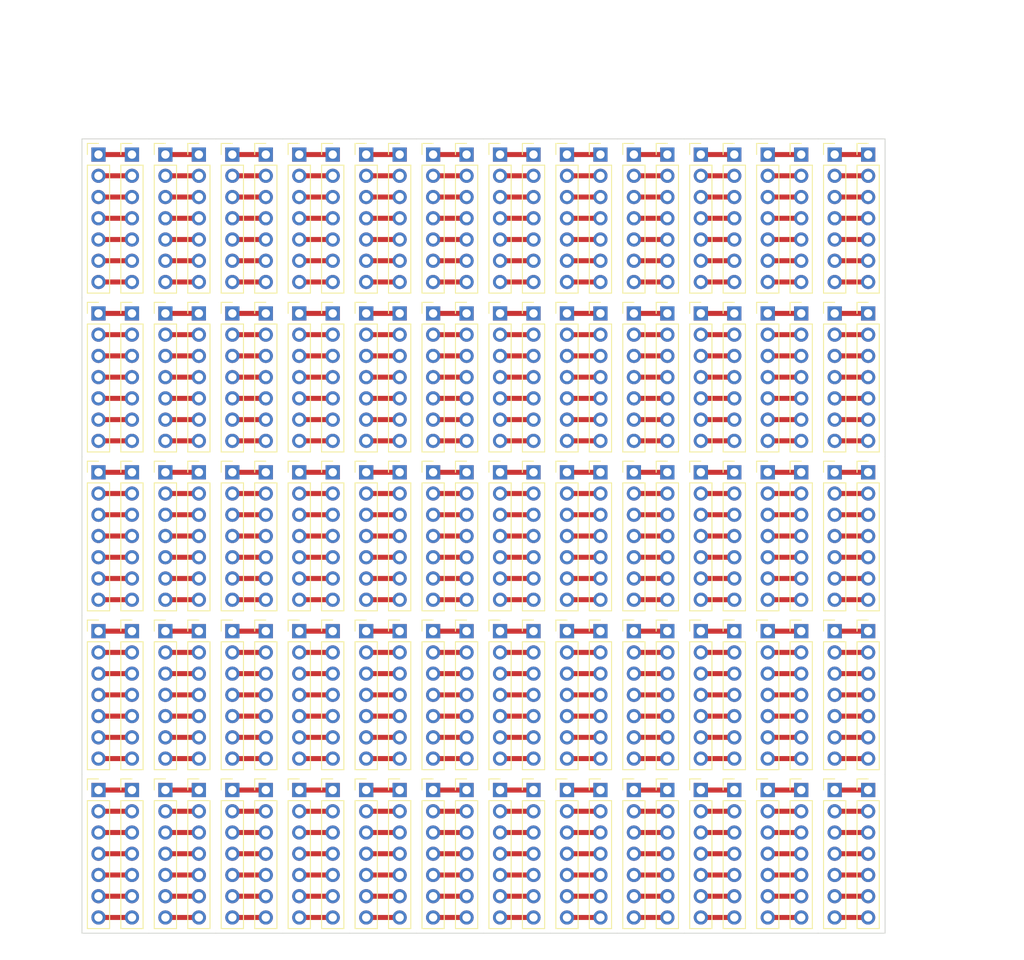
<source format=kicad_pcb>
(kicad_pcb (version 20221018) (generator pcbnew)
  (layers (0 "F.Cu" signal "Front") (31 "B.Cu" signal "Back") (34 "B.Paste" user) (35 "F.Paste" user) (36 "B.SilkS" user "B.Silkscreen") (37 "F.SilkS" user "F.Silkscreen") (38 "B.Mask" user) (39 "F.Mask" user) (44 "Edge.Cuts" user))
  (net 0 "")
  (net 1 "Board_0-Net-(J1-Pin_1)")
  (net 2 "Board_0-Net-(J1-Pin_2)")
  (net 3 "Board_0-Net-(J1-Pin_3)")
  (net 4 "Board_0-Net-(J1-Pin_4)")
  (net 5 "Board_0-Net-(J1-Pin_5)")
  (net 6 "Board_0-Net-(J1-Pin_6)")
  (net 7 "Board_0-Net-(J1-Pin_7)")
  (net 8 "Board_1-Net-(J1-Pin_1)")
  (net 9 "Board_1-Net-(J1-Pin_2)")
  (net 10 "Board_1-Net-(J1-Pin_3)")
  (net 11 "Board_1-Net-(J1-Pin_4)")
  (net 12 "Board_1-Net-(J1-Pin_5)")
  (net 13 "Board_1-Net-(J1-Pin_6)")
  (net 14 "Board_1-Net-(J1-Pin_7)")
  (net 15 "Board_2-Net-(J1-Pin_1)")
  (net 16 "Board_2-Net-(J1-Pin_2)")
  (net 17 "Board_2-Net-(J1-Pin_3)")
  (net 18 "Board_2-Net-(J1-Pin_4)")
  (net 19 "Board_2-Net-(J1-Pin_5)")
  (net 20 "Board_2-Net-(J1-Pin_6)")
  (net 21 "Board_2-Net-(J1-Pin_7)")
  (net 22 "Board_3-Net-(J1-Pin_1)")
  (net 23 "Board_3-Net-(J1-Pin_2)")
  (net 24 "Board_3-Net-(J1-Pin_3)")
  (net 25 "Board_3-Net-(J1-Pin_4)")
  (net 26 "Board_3-Net-(J1-Pin_5)")
  (net 27 "Board_3-Net-(J1-Pin_6)")
  (net 28 "Board_3-Net-(J1-Pin_7)")
  (net 29 "Board_4-Net-(J1-Pin_1)")
  (net 30 "Board_4-Net-(J1-Pin_2)")
  (net 31 "Board_4-Net-(J1-Pin_3)")
  (net 32 "Board_4-Net-(J1-Pin_4)")
  (net 33 "Board_4-Net-(J1-Pin_5)")
  (net 34 "Board_4-Net-(J1-Pin_6)")
  (net 35 "Board_4-Net-(J1-Pin_7)")
  (net 36 "Board_5-Net-(J1-Pin_1)")
  (net 37 "Board_5-Net-(J1-Pin_2)")
  (net 38 "Board_5-Net-(J1-Pin_3)")
  (net 39 "Board_5-Net-(J1-Pin_4)")
  (net 40 "Board_5-Net-(J1-Pin_5)")
  (net 41 "Board_5-Net-(J1-Pin_6)")
  (net 42 "Board_5-Net-(J1-Pin_7)")
  (net 43 "Board_6-Net-(J1-Pin_1)")
  (net 44 "Board_6-Net-(J1-Pin_2)")
  (net 45 "Board_6-Net-(J1-Pin_3)")
  (net 46 "Board_6-Net-(J1-Pin_4)")
  (net 47 "Board_6-Net-(J1-Pin_5)")
  (net 48 "Board_6-Net-(J1-Pin_6)")
  (net 49 "Board_6-Net-(J1-Pin_7)")
  (net 50 "Board_7-Net-(J1-Pin_1)")
  (net 51 "Board_7-Net-(J1-Pin_2)")
  (net 52 "Board_7-Net-(J1-Pin_3)")
  (net 53 "Board_7-Net-(J1-Pin_4)")
  (net 54 "Board_7-Net-(J1-Pin_5)")
  (net 55 "Board_7-Net-(J1-Pin_6)")
  (net 56 "Board_7-Net-(J1-Pin_7)")
  (net 57 "Board_8-Net-(J1-Pin_1)")
  (net 58 "Board_8-Net-(J1-Pin_2)")
  (net 59 "Board_8-Net-(J1-Pin_3)")
  (net 60 "Board_8-Net-(J1-Pin_4)")
  (net 61 "Board_8-Net-(J1-Pin_5)")
  (net 62 "Board_8-Net-(J1-Pin_6)")
  (net 63 "Board_8-Net-(J1-Pin_7)")
  (net 64 "Board_9-Net-(J1-Pin_1)")
  (net 65 "Board_9-Net-(J1-Pin_2)")
  (net 66 "Board_9-Net-(J1-Pin_3)")
  (net 67 "Board_9-Net-(J1-Pin_4)")
  (net 68 "Board_9-Net-(J1-Pin_5)")
  (net 69 "Board_9-Net-(J1-Pin_6)")
  (net 70 "Board_9-Net-(J1-Pin_7)")
  (net 71 "Board_10-Net-(J1-Pin_1)")
  (net 72 "Board_10-Net-(J1-Pin_2)")
  (net 73 "Board_10-Net-(J1-Pin_3)")
  (net 74 "Board_10-Net-(J1-Pin_4)")
  (net 75 "Board_10-Net-(J1-Pin_5)")
  (net 76 "Board_10-Net-(J1-Pin_6)")
  (net 77 "Board_10-Net-(J1-Pin_7)")
  (net 78 "Board_11-Net-(J1-Pin_1)")
  (net 79 "Board_11-Net-(J1-Pin_2)")
  (net 80 "Board_11-Net-(J1-Pin_3)")
  (net 81 "Board_11-Net-(J1-Pin_4)")
  (net 82 "Board_11-Net-(J1-Pin_5)")
  (net 83 "Board_11-Net-(J1-Pin_6)")
  (net 84 "Board_11-Net-(J1-Pin_7)")
  (net 85 "Board_12-Net-(J1-Pin_1)")
  (net 86 "Board_12-Net-(J1-Pin_2)")
  (net 87 "Board_12-Net-(J1-Pin_3)")
  (net 88 "Board_12-Net-(J1-Pin_4)")
  (net 89 "Board_12-Net-(J1-Pin_5)")
  (net 90 "Board_12-Net-(J1-Pin_6)")
  (net 91 "Board_12-Net-(J1-Pin_7)")
  (net 92 "Board_13-Net-(J1-Pin_1)")
  (net 93 "Board_13-Net-(J1-Pin_2)")
  (net 94 "Board_13-Net-(J1-Pin_3)")
  (net 95 "Board_13-Net-(J1-Pin_4)")
  (net 96 "Board_13-Net-(J1-Pin_5)")
  (net 97 "Board_13-Net-(J1-Pin_6)")
  (net 98 "Board_13-Net-(J1-Pin_7)")
  (net 99 "Board_14-Net-(J1-Pin_1)")
  (net 100 "Board_14-Net-(J1-Pin_2)")
  (net 101 "Board_14-Net-(J1-Pin_3)")
  (net 102 "Board_14-Net-(J1-Pin_4)")
  (net 103 "Board_14-Net-(J1-Pin_5)")
  (net 104 "Board_14-Net-(J1-Pin_6)")
  (net 105 "Board_14-Net-(J1-Pin_7)")
  (net 106 "Board_15-Net-(J1-Pin_1)")
  (net 107 "Board_15-Net-(J1-Pin_2)")
  (net 108 "Board_15-Net-(J1-Pin_3)")
  (net 109 "Board_15-Net-(J1-Pin_4)")
  (net 110 "Board_15-Net-(J1-Pin_5)")
  (net 111 "Board_15-Net-(J1-Pin_6)")
  (net 112 "Board_15-Net-(J1-Pin_7)")
  (net 113 "Board_16-Net-(J1-Pin_1)")
  (net 114 "Board_16-Net-(J1-Pin_2)")
  (net 115 "Board_16-Net-(J1-Pin_3)")
  (net 116 "Board_16-Net-(J1-Pin_4)")
  (net 117 "Board_16-Net-(J1-Pin_5)")
  (net 118 "Board_16-Net-(J1-Pin_6)")
  (net 119 "Board_16-Net-(J1-Pin_7)")
  (net 120 "Board_17-Net-(J1-Pin_1)")
  (net 121 "Board_17-Net-(J1-Pin_2)")
  (net 122 "Board_17-Net-(J1-Pin_3)")
  (net 123 "Board_17-Net-(J1-Pin_4)")
  (net 124 "Board_17-Net-(J1-Pin_5)")
  (net 125 "Board_17-Net-(J1-Pin_6)")
  (net 126 "Board_17-Net-(J1-Pin_7)")
  (net 127 "Board_18-Net-(J1-Pin_1)")
  (net 128 "Board_18-Net-(J1-Pin_2)")
  (net 129 "Board_18-Net-(J1-Pin_3)")
  (net 130 "Board_18-Net-(J1-Pin_4)")
  (net 131 "Board_18-Net-(J1-Pin_5)")
  (net 132 "Board_18-Net-(J1-Pin_6)")
  (net 133 "Board_18-Net-(J1-Pin_7)")
  (net 134 "Board_19-Net-(J1-Pin_1)")
  (net 135 "Board_19-Net-(J1-Pin_2)")
  (net 136 "Board_19-Net-(J1-Pin_3)")
  (net 137 "Board_19-Net-(J1-Pin_4)")
  (net 138 "Board_19-Net-(J1-Pin_5)")
  (net 139 "Board_19-Net-(J1-Pin_6)")
  (net 140 "Board_19-Net-(J1-Pin_7)")
  (net 141 "Board_20-Net-(J1-Pin_1)")
  (net 142 "Board_20-Net-(J1-Pin_2)")
  (net 143 "Board_20-Net-(J1-Pin_3)")
  (net 144 "Board_20-Net-(J1-Pin_4)")
  (net 145 "Board_20-Net-(J1-Pin_5)")
  (net 146 "Board_20-Net-(J1-Pin_6)")
  (net 147 "Board_20-Net-(J1-Pin_7)")
  (net 148 "Board_21-Net-(J1-Pin_1)")
  (net 149 "Board_21-Net-(J1-Pin_2)")
  (net 150 "Board_21-Net-(J1-Pin_3)")
  (net 151 "Board_21-Net-(J1-Pin_4)")
  (net 152 "Board_21-Net-(J1-Pin_5)")
  (net 153 "Board_21-Net-(J1-Pin_6)")
  (net 154 "Board_21-Net-(J1-Pin_7)")
  (net 155 "Board_22-Net-(J1-Pin_1)")
  (net 156 "Board_22-Net-(J1-Pin_2)")
  (net 157 "Board_22-Net-(J1-Pin_3)")
  (net 158 "Board_22-Net-(J1-Pin_4)")
  (net 159 "Board_22-Net-(J1-Pin_5)")
  (net 160 "Board_22-Net-(J1-Pin_6)")
  (net 161 "Board_22-Net-(J1-Pin_7)")
  (net 162 "Board_23-Net-(J1-Pin_1)")
  (net 163 "Board_23-Net-(J1-Pin_2)")
  (net 164 "Board_23-Net-(J1-Pin_3)")
  (net 165 "Board_23-Net-(J1-Pin_4)")
  (net 166 "Board_23-Net-(J1-Pin_5)")
  (net 167 "Board_23-Net-(J1-Pin_6)")
  (net 168 "Board_23-Net-(J1-Pin_7)")
  (net 169 "Board_24-Net-(J1-Pin_1)")
  (net 170 "Board_24-Net-(J1-Pin_2)")
  (net 171 "Board_24-Net-(J1-Pin_3)")
  (net 172 "Board_24-Net-(J1-Pin_4)")
  (net 173 "Board_24-Net-(J1-Pin_5)")
  (net 174 "Board_24-Net-(J1-Pin_6)")
  (net 175 "Board_24-Net-(J1-Pin_7)")
  (net 176 "Board_25-Net-(J1-Pin_1)")
  (net 177 "Board_25-Net-(J1-Pin_2)")
  (net 178 "Board_25-Net-(J1-Pin_3)")
  (net 179 "Board_25-Net-(J1-Pin_4)")
  (net 180 "Board_25-Net-(J1-Pin_5)")
  (net 181 "Board_25-Net-(J1-Pin_6)")
  (net 182 "Board_25-Net-(J1-Pin_7)")
  (net 183 "Board_26-Net-(J1-Pin_1)")
  (net 184 "Board_26-Net-(J1-Pin_2)")
  (net 185 "Board_26-Net-(J1-Pin_3)")
  (net 186 "Board_26-Net-(J1-Pin_4)")
  (net 187 "Board_26-Net-(J1-Pin_5)")
  (net 188 "Board_26-Net-(J1-Pin_6)")
  (net 189 "Board_26-Net-(J1-Pin_7)")
  (net 190 "Board_27-Net-(J1-Pin_1)")
  (net 191 "Board_27-Net-(J1-Pin_2)")
  (net 192 "Board_27-Net-(J1-Pin_3)")
  (net 193 "Board_27-Net-(J1-Pin_4)")
  (net 194 "Board_27-Net-(J1-Pin_5)")
  (net 195 "Board_27-Net-(J1-Pin_6)")
  (net 196 "Board_27-Net-(J1-Pin_7)")
  (net 197 "Board_28-Net-(J1-Pin_1)")
  (net 198 "Board_28-Net-(J1-Pin_2)")
  (net 199 "Board_28-Net-(J1-Pin_3)")
  (net 200 "Board_28-Net-(J1-Pin_4)")
  (net 201 "Board_28-Net-(J1-Pin_5)")
  (net 202 "Board_28-Net-(J1-Pin_6)")
  (net 203 "Board_28-Net-(J1-Pin_7)")
  (net 204 "Board_29-Net-(J1-Pin_1)")
  (net 205 "Board_29-Net-(J1-Pin_2)")
  (net 206 "Board_29-Net-(J1-Pin_3)")
  (net 207 "Board_29-Net-(J1-Pin_4)")
  (net 208 "Board_29-Net-(J1-Pin_5)")
  (net 209 "Board_29-Net-(J1-Pin_6)")
  (net 210 "Board_29-Net-(J1-Pin_7)")
  (net 211 "Board_30-Net-(J1-Pin_1)")
  (net 212 "Board_30-Net-(J1-Pin_2)")
  (net 213 "Board_30-Net-(J1-Pin_3)")
  (net 214 "Board_30-Net-(J1-Pin_4)")
  (net 215 "Board_30-Net-(J1-Pin_5)")
  (net 216 "Board_30-Net-(J1-Pin_6)")
  (net 217 "Board_30-Net-(J1-Pin_7)")
  (net 218 "Board_31-Net-(J1-Pin_1)")
  (net 219 "Board_31-Net-(J1-Pin_2)")
  (net 220 "Board_31-Net-(J1-Pin_3)")
  (net 221 "Board_31-Net-(J1-Pin_4)")
  (net 222 "Board_31-Net-(J1-Pin_5)")
  (net 223 "Board_31-Net-(J1-Pin_6)")
  (net 224 "Board_31-Net-(J1-Pin_7)")
  (net 225 "Board_32-Net-(J1-Pin_1)")
  (net 226 "Board_32-Net-(J1-Pin_2)")
  (net 227 "Board_32-Net-(J1-Pin_3)")
  (net 228 "Board_32-Net-(J1-Pin_4)")
  (net 229 "Board_32-Net-(J1-Pin_5)")
  (net 230 "Board_32-Net-(J1-Pin_6)")
  (net 231 "Board_32-Net-(J1-Pin_7)")
  (net 232 "Board_33-Net-(J1-Pin_1)")
  (net 233 "Board_33-Net-(J1-Pin_2)")
  (net 234 "Board_33-Net-(J1-Pin_3)")
  (net 235 "Board_33-Net-(J1-Pin_4)")
  (net 236 "Board_33-Net-(J1-Pin_5)")
  (net 237 "Board_33-Net-(J1-Pin_6)")
  (net 238 "Board_33-Net-(J1-Pin_7)")
  (net 239 "Board_34-Net-(J1-Pin_1)")
  (net 240 "Board_34-Net-(J1-Pin_2)")
  (net 241 "Board_34-Net-(J1-Pin_3)")
  (net 242 "Board_34-Net-(J1-Pin_4)")
  (net 243 "Board_34-Net-(J1-Pin_5)")
  (net 244 "Board_34-Net-(J1-Pin_6)")
  (net 245 "Board_34-Net-(J1-Pin_7)")
  (net 246 "Board_35-Net-(J1-Pin_1)")
  (net 247 "Board_35-Net-(J1-Pin_2)")
  (net 248 "Board_35-Net-(J1-Pin_3)")
  (net 249 "Board_35-Net-(J1-Pin_4)")
  (net 250 "Board_35-Net-(J1-Pin_5)")
  (net 251 "Board_35-Net-(J1-Pin_6)")
  (net 252 "Board_35-Net-(J1-Pin_7)")
  (net 253 "Board_36-Net-(J1-Pin_1)")
  (net 254 "Board_36-Net-(J1-Pin_2)")
  (net 255 "Board_36-Net-(J1-Pin_3)")
  (net 256 "Board_36-Net-(J1-Pin_4)")
  (net 257 "Board_36-Net-(J1-Pin_5)")
  (net 258 "Board_36-Net-(J1-Pin_6)")
  (net 259 "Board_36-Net-(J1-Pin_7)")
  (net 260 "Board_37-Net-(J1-Pin_1)")
  (net 261 "Board_37-Net-(J1-Pin_2)")
  (net 262 "Board_37-Net-(J1-Pin_3)")
  (net 263 "Board_37-Net-(J1-Pin_4)")
  (net 264 "Board_37-Net-(J1-Pin_5)")
  (net 265 "Board_37-Net-(J1-Pin_6)")
  (net 266 "Board_37-Net-(J1-Pin_7)")
  (net 267 "Board_38-Net-(J1-Pin_1)")
  (net 268 "Board_38-Net-(J1-Pin_2)")
  (net 269 "Board_38-Net-(J1-Pin_3)")
  (net 270 "Board_38-Net-(J1-Pin_4)")
  (net 271 "Board_38-Net-(J1-Pin_5)")
  (net 272 "Board_38-Net-(J1-Pin_6)")
  (net 273 "Board_38-Net-(J1-Pin_7)")
  (net 274 "Board_39-Net-(J1-Pin_1)")
  (net 275 "Board_39-Net-(J1-Pin_2)")
  (net 276 "Board_39-Net-(J1-Pin_3)")
  (net 277 "Board_39-Net-(J1-Pin_4)")
  (net 278 "Board_39-Net-(J1-Pin_5)")
  (net 279 "Board_39-Net-(J1-Pin_6)")
  (net 280 "Board_39-Net-(J1-Pin_7)")
  (net 281 "Board_40-Net-(J1-Pin_1)")
  (net 282 "Board_40-Net-(J1-Pin_2)")
  (net 283 "Board_40-Net-(J1-Pin_3)")
  (net 284 "Board_40-Net-(J1-Pin_4)")
  (net 285 "Board_40-Net-(J1-Pin_5)")
  (net 286 "Board_40-Net-(J1-Pin_6)")
  (net 287 "Board_40-Net-(J1-Pin_7)")
  (net 288 "Board_41-Net-(J1-Pin_1)")
  (net 289 "Board_41-Net-(J1-Pin_2)")
  (net 290 "Board_41-Net-(J1-Pin_3)")
  (net 291 "Board_41-Net-(J1-Pin_4)")
  (net 292 "Board_41-Net-(J1-Pin_5)")
  (net 293 "Board_41-Net-(J1-Pin_6)")
  (net 294 "Board_41-Net-(J1-Pin_7)")
  (net 295 "Board_42-Net-(J1-Pin_1)")
  (net 296 "Board_42-Net-(J1-Pin_2)")
  (net 297 "Board_42-Net-(J1-Pin_3)")
  (net 298 "Board_42-Net-(J1-Pin_4)")
  (net 299 "Board_42-Net-(J1-Pin_5)")
  (net 300 "Board_42-Net-(J1-Pin_6)")
  (net 301 "Board_42-Net-(J1-Pin_7)")
  (net 302 "Board_43-Net-(J1-Pin_1)")
  (net 303 "Board_43-Net-(J1-Pin_2)")
  (net 304 "Board_43-Net-(J1-Pin_3)")
  (net 305 "Board_43-Net-(J1-Pin_4)")
  (net 306 "Board_43-Net-(J1-Pin_5)")
  (net 307 "Board_43-Net-(J1-Pin_6)")
  (net 308 "Board_43-Net-(J1-Pin_7)")
  (net 309 "Board_44-Net-(J1-Pin_1)")
  (net 310 "Board_44-Net-(J1-Pin_2)")
  (net 311 "Board_44-Net-(J1-Pin_3)")
  (net 312 "Board_44-Net-(J1-Pin_4)")
  (net 313 "Board_44-Net-(J1-Pin_5)")
  (net 314 "Board_44-Net-(J1-Pin_6)")
  (net 315 "Board_44-Net-(J1-Pin_7)")
  (net 316 "Board_45-Net-(J1-Pin_1)")
  (net 317 "Board_45-Net-(J1-Pin_2)")
  (net 318 "Board_45-Net-(J1-Pin_3)")
  (net 319 "Board_45-Net-(J1-Pin_4)")
  (net 320 "Board_45-Net-(J1-Pin_5)")
  (net 321 "Board_45-Net-(J1-Pin_6)")
  (net 322 "Board_45-Net-(J1-Pin_7)")
  (net 323 "Board_46-Net-(J1-Pin_1)")
  (net 324 "Board_46-Net-(J1-Pin_2)")
  (net 325 "Board_46-Net-(J1-Pin_3)")
  (net 326 "Board_46-Net-(J1-Pin_4)")
  (net 327 "Board_46-Net-(J1-Pin_5)")
  (net 328 "Board_46-Net-(J1-Pin_6)")
  (net 329 "Board_46-Net-(J1-Pin_7)")
  (net 330 "Board_47-Net-(J1-Pin_1)")
  (net 331 "Board_47-Net-(J1-Pin_2)")
  (net 332 "Board_47-Net-(J1-Pin_3)")
  (net 333 "Board_47-Net-(J1-Pin_4)")
  (net 334 "Board_47-Net-(J1-Pin_5)")
  (net 335 "Board_47-Net-(J1-Pin_6)")
  (net 336 "Board_47-Net-(J1-Pin_7)")
  (net 337 "Board_48-Net-(J1-Pin_1)")
  (net 338 "Board_48-Net-(J1-Pin_2)")
  (net 339 "Board_48-Net-(J1-Pin_3)")
  (net 340 "Board_48-Net-(J1-Pin_4)")
  (net 341 "Board_48-Net-(J1-Pin_5)")
  (net 342 "Board_48-Net-(J1-Pin_6)")
  (net 343 "Board_48-Net-(J1-Pin_7)")
  (net 344 "Board_49-Net-(J1-Pin_1)")
  (net 345 "Board_49-Net-(J1-Pin_2)")
  (net 346 "Board_49-Net-(J1-Pin_3)")
  (net 347 "Board_49-Net-(J1-Pin_4)")
  (net 348 "Board_49-Net-(J1-Pin_5)")
  (net 349 "Board_49-Net-(J1-Pin_6)")
  (net 350 "Board_49-Net-(J1-Pin_7)")
  (net 351 "Board_50-Net-(J1-Pin_1)")
  (net 352 "Board_50-Net-(J1-Pin_2)")
  (net 353 "Board_50-Net-(J1-Pin_3)")
  (net 354 "Board_50-Net-(J1-Pin_4)")
  (net 355 "Board_50-Net-(J1-Pin_5)")
  (net 356 "Board_50-Net-(J1-Pin_6)")
  (net 357 "Board_50-Net-(J1-Pin_7)")
  (net 358 "Board_51-Net-(J1-Pin_1)")
  (net 359 "Board_51-Net-(J1-Pin_2)")
  (net 360 "Board_51-Net-(J1-Pin_3)")
  (net 361 "Board_51-Net-(J1-Pin_4)")
  (net 362 "Board_51-Net-(J1-Pin_5)")
  (net 363 "Board_51-Net-(J1-Pin_6)")
  (net 364 "Board_51-Net-(J1-Pin_7)")
  (net 365 "Board_52-Net-(J1-Pin_1)")
  (net 366 "Board_52-Net-(J1-Pin_2)")
  (net 367 "Board_52-Net-(J1-Pin_3)")
  (net 368 "Board_52-Net-(J1-Pin_4)")
  (net 369 "Board_52-Net-(J1-Pin_5)")
  (net 370 "Board_52-Net-(J1-Pin_6)")
  (net 371 "Board_52-Net-(J1-Pin_7)")
  (net 372 "Board_53-Net-(J1-Pin_1)")
  (net 373 "Board_53-Net-(J1-Pin_2)")
  (net 374 "Board_53-Net-(J1-Pin_3)")
  (net 375 "Board_53-Net-(J1-Pin_4)")
  (net 376 "Board_53-Net-(J1-Pin_5)")
  (net 377 "Board_53-Net-(J1-Pin_6)")
  (net 378 "Board_53-Net-(J1-Pin_7)")
  (net 379 "Board_54-Net-(J1-Pin_1)")
  (net 380 "Board_54-Net-(J1-Pin_2)")
  (net 381 "Board_54-Net-(J1-Pin_3)")
  (net 382 "Board_54-Net-(J1-Pin_4)")
  (net 383 "Board_54-Net-(J1-Pin_5)")
  (net 384 "Board_54-Net-(J1-Pin_6)")
  (net 385 "Board_54-Net-(J1-Pin_7)")
  (net 386 "Board_55-Net-(J1-Pin_1)")
  (net 387 "Board_55-Net-(J1-Pin_2)")
  (net 388 "Board_55-Net-(J1-Pin_3)")
  (net 389 "Board_55-Net-(J1-Pin_4)")
  (net 390 "Board_55-Net-(J1-Pin_5)")
  (net 391 "Board_55-Net-(J1-Pin_6)")
  (net 392 "Board_55-Net-(J1-Pin_7)")
  (net 393 "Board_56-Net-(J1-Pin_1)")
  (net 394 "Board_56-Net-(J1-Pin_2)")
  (net 395 "Board_56-Net-(J1-Pin_3)")
  (net 396 "Board_56-Net-(J1-Pin_4)")
  (net 397 "Board_56-Net-(J1-Pin_5)")
  (net 398 "Board_56-Net-(J1-Pin_6)")
  (net 399 "Board_56-Net-(J1-Pin_7)")
  (net 400 "Board_57-Net-(J1-Pin_1)")
  (net 401 "Board_57-Net-(J1-Pin_2)")
  (net 402 "Board_57-Net-(J1-Pin_3)")
  (net 403 "Board_57-Net-(J1-Pin_4)")
  (net 404 "Board_57-Net-(J1-Pin_5)")
  (net 405 "Board_57-Net-(J1-Pin_6)")
  (net 406 "Board_57-Net-(J1-Pin_7)")
  (net 407 "Board_58-Net-(J1-Pin_1)")
  (net 408 "Board_58-Net-(J1-Pin_2)")
  (net 409 "Board_58-Net-(J1-Pin_3)")
  (net 410 "Board_58-Net-(J1-Pin_4)")
  (net 411 "Board_58-Net-(J1-Pin_5)")
  (net 412 "Board_58-Net-(J1-Pin_6)")
  (net 413 "Board_58-Net-(J1-Pin_7)")
  (net 414 "Board_59-Net-(J1-Pin_1)")
  (net 415 "Board_59-Net-(J1-Pin_2)")
  (net 416 "Board_59-Net-(J1-Pin_3)")
  (net 417 "Board_59-Net-(J1-Pin_4)")
  (net 418 "Board_59-Net-(J1-Pin_5)")
  (net 419 "Board_59-Net-(J1-Pin_6)")
  (net 420 "Board_59-Net-(J1-Pin_7)")
  (footprint "Connector_PinHeader_2.54mm:PinHeader_1x07_P2.54mm_Vertical" (layer "F.Cu") (at 162.475 40.875)
    (fp_text reference "J2" hide)
    (fp_text value "Conn_01x07")
  )
  (footprint "Connector_PinHeader_2.54mm:PinHeader_1x07_P2.54mm_Vertical" (layer "F.Cu") (at 138.475 78.875)
    (fp_text reference "J2" hide)
    (fp_text value "Conn_01x07")
  )
  (footprint "Connector_PinHeader_2.54mm:PinHeader_1x07_P2.54mm_Vertical" (layer "F.Cu") (at 142.475 97.875)
    (fp_text reference "J1" hide)
    (fp_text value "Conn_01x07")
  )
  (footprint "Connector_PinHeader_2.54mm:PinHeader_1x07_P2.54mm_Vertical" (layer "F.Cu") (at 130.475 78.875)
    (fp_text reference "J2" hide)
    (fp_text value "Conn_01x07")
  )
  (footprint "Connector_PinHeader_2.54mm:PinHeader_1x07_P2.54mm_Vertical" (layer "F.Cu") (at 122.475 21.875)
    (fp_text reference "J2" hide)
    (fp_text value "Conn_01x07")
  )
  (footprint "Connector_PinHeader_2.54mm:PinHeader_1x07_P2.54mm_Vertical" (layer "F.Cu") (at 146.475 21.875)
    (fp_text reference "J2" hide)
    (fp_text value "Conn_01x07")
  )
  (footprint "Connector_PinHeader_2.54mm:PinHeader_1x07_P2.54mm_Vertical" (layer "F.Cu") (at 130.475 21.875)
    (fp_text reference "J2" hide)
    (fp_text value "Conn_01x07")
  )
  (footprint "Connector_PinHeader_2.54mm:PinHeader_1x07_P2.54mm_Vertical" (layer "F.Cu") (at 110.475 21.875)
    (fp_text reference "J1" hide)
    (fp_text value "Conn_01x07")
  )
  (footprint "Connector_PinHeader_2.54mm:PinHeader_1x07_P2.54mm_Vertical" (layer "F.Cu") (at 142.475 78.875)
    (fp_text reference "J1" hide)
    (fp_text value "Conn_01x07")
  )
  (footprint "Connector_PinHeader_2.54mm:PinHeader_1x07_P2.54mm_Vertical" (layer "F.Cu") (at 170.475 59.875)
    (fp_text reference "J2" hide)
    (fp_text value "Conn_01x07")
  )
  (footprint "Connector_PinHeader_2.54mm:PinHeader_1x07_P2.54mm_Vertical" (layer "F.Cu") (at 170.475 21.875)
    (fp_text reference "J2" hide)
    (fp_text value "Conn_01x07")
  )
  (footprint "Connector_PinHeader_2.54mm:PinHeader_1x07_P2.54mm_Vertical" (layer "F.Cu") (at 114.475 59.875)
    (fp_text reference "J2" hide)
    (fp_text value "Conn_01x07")
  )
  (footprint "Connector_PinHeader_2.54mm:PinHeader_1x07_P2.54mm_Vertical" (layer "F.Cu") (at 166.475 78.875)
    (fp_text reference "J1" hide)
    (fp_text value "Conn_01x07")
  )
  (footprint "Connector_PinHeader_2.54mm:PinHeader_1x07_P2.54mm_Vertical" (layer "F.Cu") (at 146.475 78.875)
    (fp_text reference "J2" hide)
    (fp_text value "Conn_01x07")
  )
  (footprint "Connector_PinHeader_2.54mm:PinHeader_1x07_P2.54mm_Vertical" (layer "F.Cu") (at 174.475 59.875)
    (fp_text reference "J1" hide)
    (fp_text value "Conn_01x07")
  )
  (footprint "Connector_PinHeader_2.54mm:PinHeader_1x07_P2.54mm_Vertical" (layer "F.Cu") (at 118.475 40.875)
    (fp_text reference "J1" hide)
    (fp_text value "Conn_01x07")
  )
  (footprint "Connector_PinHeader_2.54mm:PinHeader_1x07_P2.54mm_Vertical" (layer "F.Cu") (at 150.475 78.875)
    (fp_text reference "J1" hide)
    (fp_text value "Conn_01x07")
  )
  (footprint "Connector_PinHeader_2.54mm:PinHeader_1x07_P2.54mm_Vertical" (layer "F.Cu") (at 154.475 59.875)
    (fp_text reference "J2" hide)
    (fp_text value "Conn_01x07")
  )
  (footprint "Connector_PinHeader_2.54mm:PinHeader_1x07_P2.54mm_Vertical" (layer "F.Cu") (at 162.475 21.875)
    (fp_text reference "J2" hide)
    (fp_text value "Conn_01x07")
  )
  (footprint "Connector_PinHeader_2.54mm:PinHeader_1x07_P2.54mm_Vertical" (layer "F.Cu") (at 190.475 97.875)
    (fp_text reference "J1" hide)
    (fp_text value "Conn_01x07")
  )
  (footprint "Connector_PinHeader_2.54mm:PinHeader_1x07_P2.54mm_Vertical" (layer "F.Cu") (at 170.475 40.875)
    (fp_text reference "J2" hide)
    (fp_text value "Conn_01x07")
  )
  (footprint "Connector_PinHeader_2.54mm:PinHeader_1x07_P2.54mm_Vertical" (layer "F.Cu") (at 190.475 78.875)
    (fp_text reference "J1" hide)
    (fp_text value "Conn_01x07")
  )
  (footprint "Connector_PinHeader_2.54mm:PinHeader_1x07_P2.54mm_Vertical" (layer "F.Cu") (at 106.475 40.875)
    (fp_text reference "J2" hide)
    (fp_text value "Conn_01x07")
  )
  (footprint "Connector_PinHeader_2.54mm:PinHeader_1x07_P2.54mm_Vertical" (layer "F.Cu") (at 110.475 97.875)
    (fp_text reference "J1" hide)
    (fp_text value "Conn_01x07")
  )
  (footprint "Connector_PinHeader_2.54mm:PinHeader_1x07_P2.54mm_Vertical" (layer "F.Cu") (at 138.475 21.875)
    (fp_text reference "J2" hide)
    (fp_text value "Conn_01x07")
  )
  (footprint "Connector_PinHeader_2.54mm:PinHeader_1x07_P2.54mm_Vertical" (layer "F.Cu") (at 118.475 21.875)
    (fp_text reference "J1" hide)
    (fp_text value "Conn_01x07")
  )
  (footprint "Connector_PinHeader_2.54mm:PinHeader_1x07_P2.54mm_Vertical" (layer "F.Cu") (at 178.475 97.875)
    (fp_text reference "J2" hide)
    (fp_text value "Conn_01x07")
  )
  (footprint "Connector_PinHeader_2.54mm:PinHeader_1x07_P2.54mm_Vertical" (layer "F.Cu") (at 106.475 78.875)
    (fp_text reference "J2" hide)
    (fp_text value "Conn_01x07")
  )
  (footprint "Connector_PinHeader_2.54mm:PinHeader_1x07_P2.54mm_Vertical" (layer "F.Cu") (at 178.475 40.875)
    (fp_text reference "J2" hide)
    (fp_text value "Conn_01x07")
  )
  (footprint "Connector_PinHeader_2.54mm:PinHeader_1x07_P2.54mm_Vertical" (layer "F.Cu") (at 134.475 40.875)
    (fp_text reference "J1" hide)
    (fp_text value "Conn_01x07")
  )
  (footprint "Connector_PinHeader_2.54mm:PinHeader_1x07_P2.54mm_Vertical" (layer "F.Cu") (at 150.475 21.875)
    (fp_text reference "J1" hide)
    (fp_text value "Conn_01x07")
  )
  (footprint "Connector_PinHeader_2.54mm:PinHeader_1x07_P2.54mm_Vertical" (layer "F.Cu") (at 182.475 21.875)
    (fp_text reference "J1" hide)
    (fp_text value "Conn_01x07")
  )
  (footprint "Connector_PinHeader_2.54mm:PinHeader_1x07_P2.54mm_Vertical" (layer "F.Cu") (at 142.475 59.875)
    (fp_text reference "J1" hide)
    (fp_text value "Conn_01x07")
  )
  (footprint "Connector_PinHeader_2.54mm:PinHeader_1x07_P2.54mm_Vertical" (layer "F.Cu") (at 166.475 97.875)
    (fp_text reference "J1" hide)
    (fp_text value "Conn_01x07")
  )
  (footprint "Connector_PinHeader_2.54mm:PinHeader_1x07_P2.54mm_Vertical" (layer "F.Cu") (at 182.475 40.875)
    (fp_text reference "J1" hide)
    (fp_text value "Conn_01x07")
  )
  (footprint "Connector_PinHeader_2.54mm:PinHeader_1x07_P2.54mm_Vertical" (layer "F.Cu") (at 118.475 78.875)
    (fp_text reference "J1" hide)
    (fp_text value "Conn_01x07")
  )
  (footprint "Connector_PinHeader_2.54mm:PinHeader_1x07_P2.54mm_Vertical" (layer "F.Cu") (at 186.475 97.875)
    (fp_text reference "J2" hide)
    (fp_text value "Conn_01x07")
  )
  (footprint "Connector_PinHeader_2.54mm:PinHeader_1x07_P2.54mm_Vertical" (layer "F.Cu") (at 110.475 59.875)
    (fp_text reference "J1" hide)
    (fp_text value "Conn_01x07")
  )
  (footprint "Connector_PinHeader_2.54mm:PinHeader_1x07_P2.54mm_Vertical" (layer "F.Cu") (at 102.475 78.875)
    (fp_text reference "J1" hide)
    (fp_text value "Conn_01x07")
  )
  (footprint "Connector_PinHeader_2.54mm:PinHeader_1x07_P2.54mm_Vertical" (layer "F.Cu") (at 106.475 97.875)
    (fp_text reference "J2" hide)
    (fp_text value "Conn_01x07")
  )
  (footprint "Connector_PinHeader_2.54mm:PinHeader_1x07_P2.54mm_Vertical" (layer "F.Cu") (at 106.475 59.875)
    (fp_text reference "J2" hide)
    (fp_text value "Conn_01x07")
  )
  (footprint "Connector_PinHeader_2.54mm:PinHeader_1x07_P2.54mm_Vertical" (layer "F.Cu") (at 102.475 21.875)
    (fp_text reference "J1" hide)
    (fp_text value "Conn_01x07")
  )
  (footprint "Connector_PinHeader_2.54mm:PinHeader_1x07_P2.54mm_Vertical" (layer "F.Cu") (at 178.475 21.875)
    (fp_text reference "J2" hide)
    (fp_text value "Conn_01x07")
  )
  (footprint "Connector_PinHeader_2.54mm:PinHeader_1x07_P2.54mm_Vertical" (layer "F.Cu") (at 194.475 21.875)
    (fp_text reference "J2" hide)
    (fp_text value "Conn_01x07")
  )
  (footprint "Connector_PinHeader_2.54mm:PinHeader_1x07_P2.54mm_Vertical" (layer "F.Cu") (at 162.475 97.875)
    (fp_text reference "J2" hide)
    (fp_text value "Conn_01x07")
  )
  (footprint "Connector_PinHeader_2.54mm:PinHeader_1x07_P2.54mm_Vertical" (layer "F.Cu") (at 154.475 78.875)
    (fp_text reference "J2" hide)
    (fp_text value "Conn_01x07")
  )
  (footprint "Connector_PinHeader_2.54mm:PinHeader_1x07_P2.54mm_Vertical" (layer "F.Cu") (at 170.475 97.875)
    (fp_text reference "J2" hide)
    (fp_text value "Conn_01x07")
  )
  (footprint "Connector_PinHeader_2.54mm:PinHeader_1x07_P2.54mm_Vertical" (layer "F.Cu") (at 126.475 21.875)
    (fp_text reference "J1" hide)
    (fp_text value "Conn_01x07")
  )
  (footprint "Connector_PinHeader_2.54mm:PinHeader_1x07_P2.54mm_Vertical" (layer "F.Cu") (at 190.475 59.875)
    (fp_text reference "J1" hide)
    (fp_text value "Conn_01x07")
  )
  (footprint "Connector_PinHeader_2.54mm:PinHeader_1x07_P2.54mm_Vertical" (layer "F.Cu") (at 134.475 78.875)
    (fp_text reference "J1" hide)
    (fp_text value "Conn_01x07")
  )
  (footprint "Connector_PinHeader_2.54mm:PinHeader_1x07_P2.54mm_Vertical" (layer "F.Cu") (at 158.475 59.875)
    (fp_text reference "J1" hide)
    (fp_text value "Conn_01x07")
  )
  (footprint "Connector_PinHeader_2.54mm:PinHeader_1x07_P2.54mm_Vertical" (layer "F.Cu") (at 118.475 97.875)
    (fp_text reference "J1" hide)
    (fp_text value "Conn_01x07")
  )
  (footprint "Connector_PinHeader_2.54mm:PinHeader_1x07_P2.54mm_Vertical" (layer "F.Cu") (at 150.475 97.875)
    (fp_text reference "J1" hide)
    (fp_text value "Conn_01x07")
  )
  (footprint "Connector_PinHeader_2.54mm:PinHeader_1x07_P2.54mm_Vertical" (layer "F.Cu") (at 178.475 78.875)
    (fp_text reference "J2" hide)
    (fp_text value "Conn_01x07")
  )
  (footprint "Connector_PinHeader_2.54mm:PinHeader_1x07_P2.54mm_Vertical" (layer "F.Cu") (at 158.475 97.875)
    (fp_text reference "J1" hide)
    (fp_text value "Conn_01x07")
  )
  (footprint "Connector_PinHeader_2.54mm:PinHeader_1x07_P2.54mm_Vertical" (layer "F.Cu") (at 194.475 78.875)
    (fp_text reference "J2" hide)
    (fp_text value "Conn_01x07")
  )
  (footprint "Connector_PinHeader_2.54mm:PinHeader_1x07_P2.54mm_Vertical" (layer "F.Cu") (at 110.475 78.875)
    (fp_text reference "J1" hide)
    (fp_text value "Conn_01x07")
  )
  (footprint "Connector_PinHeader_2.54mm:PinHeader_1x07_P2.54mm_Vertical" (layer "F.Cu") (at 194.475 40.875)
    (fp_text reference "J2" hide)
    (fp_text value "Conn_01x07")
  )
  (footprint "Connector_PinHeader_2.54mm:PinHeader_1x07_P2.54mm_Vertical" (layer "F.Cu") (at 174.475 40.875)
    (fp_text reference "J1" hide)
    (fp_text value "Conn_01x07")
  )
  (footprint "Connector_PinHeader_2.54mm:PinHeader_1x07_P2.54mm_Vertical" (layer "F.Cu") (at 130.475 59.875)
    (fp_text reference "J2" hide)
    (fp_text value "Conn_01x07")
  )
  (footprint "Connector_PinHeader_2.54mm:PinHeader_1x07_P2.54mm_Vertical" (layer "F.Cu") (at 174.475 78.875)
    (fp_text reference "J1" hide)
    (fp_text value "Conn_01x07")
  )
  (footprint "Connector_PinHeader_2.54mm:PinHeader_1x07_P2.54mm_Vertical" (layer "F.Cu") (at 150.475 40.875)
    (fp_text reference "J1" hide)
    (fp_text value "Conn_01x07")
  )
  (footprint "Connector_PinHeader_2.54mm:PinHeader_1x07_P2.54mm_Vertical" (layer "F.Cu") (at 190.475 40.875)
    (fp_text reference "J1" hide)
    (fp_text value "Conn_01x07")
  )
  (footprint "Connector_PinHeader_2.54mm:PinHeader_1x07_P2.54mm_Vertical" (layer "F.Cu") (at 186.475 59.875)
    (fp_text reference "J2" hide)
    (fp_text value "Conn_01x07")
  )
  (footprint "Connector_PinHeader_2.54mm:PinHeader_1x07_P2.54mm_Vertical" (layer "F.Cu") (at 114.475 21.875)
    (fp_text reference "J2" hide)
    (fp_text value "Conn_01x07")
  )
  (footprint "Connector_PinHeader_2.54mm:PinHeader_1x07_P2.54mm_Vertical" (layer "F.Cu") (at 102.475 40.875)
    (fp_text reference "J1" hide)
    (fp_text value "Conn_01x07")
  )
  (footprint "Connector_PinHeader_2.54mm:PinHeader_1x07_P2.54mm_Vertical" (layer "F.Cu") (at 122.475 59.875)
    (fp_text reference "J2" hide)
    (fp_text value "Conn_01x07")
  )
  (footprint "Connector_PinHeader_2.54mm:PinHeader_1x07_P2.54mm_Vertical" (layer "F.Cu") (at 102.475 59.875)
    (fp_text reference "J1" hide)
    (fp_text value "Conn_01x07")
  )
  (footprint "Connector_PinHeader_2.54mm:PinHeader_1x07_P2.54mm_Vertical" (layer "F.Cu") (at 182.475 97.875)
    (fp_text reference "J1" hide)
    (fp_text value "Conn_01x07")
  )
  (footprint "Connector_PinHeader_2.54mm:PinHeader_1x07_P2.54mm_Vertical" (layer "F.Cu") (at 166.475 40.875)
    (fp_text reference "J1" hide)
    (fp_text value "Conn_01x07")
  )
  (footprint "Connector_PinHeader_2.54mm:PinHeader_1x07_P2.54mm_Vertical" (layer "F.Cu") (at 182.475 59.875)
    (fp_text reference "J1" hide)
    (fp_text value "Conn_01x07")
  )
  (footprint "Connector_PinHeader_2.54mm:PinHeader_1x07_P2.54mm_Vertical" (layer "F.Cu") (at 166.475 21.875)
    (fp_text reference "J1" hide)
    (fp_text value "Conn_01x07")
  )
  (footprint "Connector_PinHeader_2.54mm:PinHeader_1x07_P2.54mm_Vertical" (layer "F.Cu") (at 142.475 21.875)
    (fp_text reference "J1" hide)
    (fp_text value "Conn_01x07")
  )
  (footprint "Connector_PinHeader_2.54mm:PinHeader_1x07_P2.54mm_Vertical" (layer "F.Cu") (at 190.475 21.875)
    (fp_text reference "J1" hide)
    (fp_text value "Conn_01x07")
  )
  (footprint "Connector_PinHeader_2.54mm:PinHeader_1x07_P2.54mm_Vertical" (layer "F.Cu") (at 154.475 21.875)
    (fp_text reference "J2" hide)
    (fp_text value "Conn_01x07")
  )
  (footprint "Connector_PinHeader_2.54mm:PinHeader_1x07_P2.54mm_Vertical" (layer "F.Cu") (at 106.475 21.875)
    (fp_text reference "J2" hide)
    (fp_text value "Conn_01x07")
  )
  (footprint "Connector_PinHeader_2.54mm:PinHeader_1x07_P2.54mm_Vertical" (layer "F.Cu") (at 122.475 97.875)
    (fp_text reference "J2" hide)
    (fp_text value "Conn_01x07")
  )
  (footprint "Connector_PinHeader_2.54mm:PinHeader_1x07_P2.54mm_Vertical" (layer "F.Cu") (at 138.475 40.875)
    (fp_text reference "J2" hide)
    (fp_text value "Conn_01x07")
  )
  (footprint "Connector_PinHeader_2.54mm:PinHeader_1x07_P2.54mm_Vertical" (layer "F.Cu") (at 130.475 97.875)
    (fp_text reference "J2" hide)
    (fp_text value "Conn_01x07")
  )
  (footprint "Connector_PinHeader_2.54mm:PinHeader_1x07_P2.54mm_Vertical" (layer "F.Cu") (at 126.475 40.875)
    (fp_text reference "J1" hide)
    (fp_text value "Conn_01x07")
  )
  (footprint "Connector_PinHeader_2.54mm:PinHeader_1x07_P2.54mm_Vertical" (layer "F.Cu") (at 126.475 59.875)
    (fp_text reference "J1" hide)
    (fp_text value "Conn_01x07")
  )
  (footprint "Connector_PinHeader_2.54mm:PinHeader_1x07_P2.54mm_Vertical" (layer "F.Cu") (at 114.475 40.875)
    (fp_text reference "J2" hide)
    (fp_text value "Conn_01x07")
  )
  (footprint "Connector_PinHeader_2.54mm:PinHeader_1x07_P2.54mm_Vertical" (layer "F.Cu") (at 158.475 78.875)
    (fp_text reference "J1" hide)
    (fp_text value "Conn_01x07")
  )
  (footprint "Connector_PinHeader_2.54mm:PinHeader_1x07_P2.54mm_Vertical" (layer "F.Cu") (at 138.475 59.875)
    (fp_text reference "J2" hide)
    (fp_text value "Conn_01x07")
  )
  (footprint "Connector_PinHeader_2.54mm:PinHeader_1x07_P2.54mm_Vertical" (layer "F.Cu") (at 138.475 97.875)
    (fp_text reference "J2" hide)
    (fp_text value "Conn_01x07")
  )
  (footprint "Connector_PinHeader_2.54mm:PinHeader_1x07_P2.54mm_Vertical" (layer "F.Cu") (at 158.475 21.875)
    (fp_text reference "J1" hide)
    (fp_text value "Conn_01x07")
  )
  (footprint "Connector_PinHeader_2.54mm:PinHeader_1x07_P2.54mm_Vertical" (layer "F.Cu") (at 162.475 59.875)
    (fp_text reference "J2" hide)
    (fp_text value "Conn_01x07")
  )
  (footprint "Connector_PinHeader_2.54mm:PinHeader_1x07_P2.54mm_Vertical" (layer "F.Cu") (at 166.475 59.875)
    (fp_text reference "J1" hide)
    (fp_text value "Conn_01x07")
  )
  (footprint "Connector_PinHeader_2.54mm:PinHeader_1x07_P2.54mm_Vertical" (layer "F.Cu") (at 114.475 97.875)
    (fp_text reference "J2" hide)
    (fp_text value "Conn_01x07")
  )
  (footprint "Connector_PinHeader_2.54mm:PinHeader_1x07_P2.54mm_Vertical" (layer "F.Cu") (at 174.475 97.875)
    (fp_text reference "J1" hide)
    (fp_text value "Conn_01x07")
  )
  (footprint "Connector_PinHeader_2.54mm:PinHeader_1x07_P2.54mm_Vertical" (layer "F.Cu") (at 162.475 78.875)
    (fp_text reference "J2" hide)
    (fp_text value "Conn_01x07")
  )
  (footprint "Connector_PinHeader_2.54mm:PinHeader_1x07_P2.54mm_Vertical" (layer "F.Cu") (at 194.475 97.875)
    (fp_text reference "J2" hide)
    (fp_text value "Conn_01x07")
  )
  (footprint "Connector_PinHeader_2.54mm:PinHeader_1x07_P2.54mm_Vertical" (layer "F.Cu") (at 150.475 59.875)
    (fp_text reference "J1" hide)
    (fp_text value "Conn_01x07")
  )
  (footprint "Connector_PinHeader_2.54mm:PinHeader_1x07_P2.54mm_Vertical" (layer "F.Cu") (at 114.475 78.875)
    (fp_text reference "J2" hide)
    (fp_text value "Conn_01x07")
  )
  (footprint "Connector_PinHeader_2.54mm:PinHeader_1x07_P2.54mm_Vertical" (layer "F.Cu") (at 110.475 40.875)
    (fp_text reference "J1" hide)
    (fp_text value "Conn_01x07")
  )
  (footprint "Connector_PinHeader_2.54mm:PinHeader_1x07_P2.54mm_Vertical" (layer "F.Cu") (at 194.475 59.875)
    (fp_text reference "J2" hide)
    (fp_text value "Conn_01x07")
  )
  (footprint "Connector_PinHeader_2.54mm:PinHeader_1x07_P2.54mm_Vertical" (layer "F.Cu") (at 146.475 97.875)
    (fp_text reference "J2" hide)
    (fp_text value "Conn_01x07")
  )
  (footprint "Connector_PinHeader_2.54mm:PinHeader_1x07_P2.54mm_Vertical" (layer "F.Cu") (at 170.475 78.875)
    (fp_text reference "J2" hide)
    (fp_text value "Conn_01x07")
  )
  (footprint "Connector_PinHeader_2.54mm:PinHeader_1x07_P2.54mm_Vertical" (layer "F.Cu") (at 182.475 78.875)
    (fp_text reference "J1" hide)
    (fp_text value "Conn_01x07")
  )
  (footprint "Connector_PinHeader_2.54mm:PinHeader_1x07_P2.54mm_Vertical" (layer "F.Cu") (at 122.475 40.875)
    (fp_text reference "J2" hide)
    (fp_text value "Conn_01x07")
  )
  (footprint "Connector_PinHeader_2.54mm:PinHeader_1x07_P2.54mm_Vertical" (layer "F.Cu") (at 146.475 40.875)
    (fp_text reference "J2" hide)
    (fp_text value "Conn_01x07")
  )
  (footprint "Connector_PinHeader_2.54mm:PinHeader_1x07_P2.54mm_Vertical" (layer "F.Cu") (at 102.475 97.875)
    (fp_text reference "J1" hide)
    (fp_text value "Conn_01x07")
  )
  (footprint "Connector_PinHeader_2.54mm:PinHeader_1x07_P2.54mm_Vertical" (layer "F.Cu") (at 186.475 40.875)
    (fp_text reference "J2" hide)
    (fp_text value "Conn_01x07")
  )
  (footprint "Connector_PinHeader_2.54mm:PinHeader_1x07_P2.54mm_Vertical" (layer "F.Cu") (at 134.475 59.875)
    (fp_text reference "J1" hide)
    (fp_text value "Conn_01x07")
  )
  (footprint "Connector_PinHeader_2.54mm:PinHeader_1x07_P2.54mm_Vertical" (layer "F.Cu") (at 158.475 40.875)
    (fp_text reference "J1" hide)
    (fp_text value "Conn_01x07")
  )
  (footprint "Connector_PinHeader_2.54mm:PinHeader_1x07_P2.54mm_Vertical" (layer "F.Cu") (at 130.475 40.875)
    (fp_text reference "J2" hide)
    (fp_text value "Conn_01x07")
  )
  (footprint "Connector_PinHeader_2.54mm:PinHeader_1x07_P2.54mm_Vertical" (layer "F.Cu") (at 142.475 40.875)
    (fp_text reference "J1" hide)
    (fp_text value "Conn_01x07")
  )
  (footprint "Connector_PinHeader_2.54mm:PinHeader_1x07_P2.54mm_Vertical" (layer "F.Cu") (at 134.475 21.875)
    (fp_text reference "J1" hide)
    (fp_text value "Conn_01x07")
  )
  (footprint "Connector_PinHeader_2.54mm:PinHeader_1x07_P2.54mm_Vertical" (layer "F.Cu") (at 122.475 78.875)
    (fp_text reference "J2" hide)
    (fp_text value "Conn_01x07")
  )
  (footprint "Connector_PinHeader_2.54mm:PinHeader_1x07_P2.54mm_Vertical" (layer "F.Cu") (at 178.475 59.875)
    (fp_text reference "J2" hide)
    (fp_text value "Conn_01x07")
  )
  (footprint "Connector_PinHeader_2.54mm:PinHeader_1x07_P2.54mm_Vertical" (layer "F.Cu") (at 134.475 97.875)
    (fp_text reference "J1" hide)
    (fp_text value "Conn_01x07")
  )
  (footprint "Connector_PinHeader_2.54mm:PinHeader_1x07_P2.54mm_Vertical" (layer "F.Cu") (at 186.475 78.875)
    (fp_text reference "J2" hide)
    (fp_text value "Conn_01x07")
  )
  (footprint "Connector_PinHeader_2.54mm:PinHeader_1x07_P2.54mm_Vertical" (layer "F.Cu") (at 186.475 21.875)
    (fp_text reference "J2" hide)
    (fp_text value "Conn_01x07")
  )
  (footprint "Connector_PinHeader_2.54mm:PinHeader_1x07_P2.54mm_Vertical" (layer "F.Cu") (at 126.475 97.875)
    (fp_text reference "J1" hide)
    (fp_text value "Conn_01x07")
  )
  (footprint "Connector_PinHeader_2.54mm:PinHeader_1x07_P2.54mm_Vertical" (layer "F.Cu") (at 154.475 97.875)
    (fp_text reference "J2" hide)
    (fp_text value "Conn_01x07")
  )
  (footprint "Connector_PinHeader_2.54mm:PinHeader_1x07_P2.54mm_Vertical" (layer "F.Cu") (at 174.475 21.875)
    (fp_text reference "J1" hide)
    (fp_text value "Conn_01x07")
  )
  (footprint "Connector_PinHeader_2.54mm:PinHeader_1x07_P2.54mm_Vertical" (layer "F.Cu") (at 118.475 59.875)
    (fp_text reference "J1" hide)
    (fp_text value "Conn_01x07")
  )
  (footprint "Connector_PinHeader_2.54mm:PinHeader_1x07_P2.54mm_Vertical" (layer "F.Cu") (at 126.475 78.875)
    (fp_text reference "J1" hide)
    (fp_text value "Conn_01x07")
  )
  (footprint "Connector_PinHeader_2.54mm:PinHeader_1x07_P2.54mm_Vertical" (layer "F.Cu") (at 146.475 59.875)
    (fp_text reference "J2" hide)
    (fp_text value "Conn_01x07")
  )
  (footprint "Connector_PinHeader_2.54mm:PinHeader_1x07_P2.54mm_Vertical" (layer "F.Cu") (at 154.475 40.875)
    (fp_text reference "J2" hide)
    (fp_text value "Conn_01x07")
  )
  (gr_line (start 172.5 20) (end 164.5 20) (stroke (width 0.1)) (layer "Edge.Cuts"))
  (gr_line (start 100.5 20) (end 100.5 39) (stroke (width 0.1)) (layer "Edge.Cuts"))
  (gr_line (start 196.5 58) (end 196.5 39) (stroke (width 0.1)) (layer "Edge.Cuts"))
  (gr_line (start 164.5 115) (end 172.5 115) (stroke (width 0.1)) (layer "Edge.Cuts"))
  (gr_line (start 108.5 20) (end 100.5 20) (stroke (width 0.1)) (layer "Edge.Cuts"))
  (gr_line (start 100.5 39) (end 100.5 58) (stroke (width 0.1)) (layer "Edge.Cuts"))
  (gr_line (start 188.5 115) (end 188.5 115) (stroke (width 0.1)) (layer "Edge.Cuts"))
  (gr_line (start 156.5 115) (end 164.5 115) (stroke (width 0.1)) (layer "Edge.Cuts"))
  (gr_line (start 196.5 20) (end 188.5 20) (stroke (width 0.1)) (layer "Edge.Cuts"))
  (gr_line (start 180.5 115) (end 188.5 115) (stroke (width 0.1)) (layer "Edge.Cuts"))
  (gr_line (start 116.5 115) (end 124.5 115) (stroke (width 0.1)) (layer "Edge.Cuts"))
  (gr_line (start 100.5 115) (end 108.5 115) (stroke (width 0.1)) (layer "Edge.Cuts"))
  (gr_line (start 148.5 115) (end 156.5 115) (stroke (width 0.1)) (layer "Edge.Cuts"))
  (gr_line (start 132.5 115) (end 140.5 115) (stroke (width 0.1)) (layer "Edge.Cuts"))
  (gr_line (start 140.5 20) (end 132.5 20) (stroke (width 0.1)) (layer "Edge.Cuts"))
  (gr_line (start 196.5 115) (end 196.5 96) (stroke (width 0.1)) (layer "Edge.Cuts"))
  (gr_line (start 156.5 20) (end 148.5 20) (stroke (width 0.1)) (layer "Edge.Cuts"))
  (gr_line (start 172.5 115) (end 180.5 115) (stroke (width 0.1)) (layer "Edge.Cuts"))
  (gr_line (start 196.5 77) (end 196.5 58) (stroke (width 0.1)) (layer "Edge.Cuts"))
  (gr_line (start 124.5 20) (end 116.5 20) (stroke (width 0.1)) (layer "Edge.Cuts"))
  (gr_line (start 148.5 20) (end 140.5 20) (stroke (width 0.1)) (layer "Edge.Cuts"))
  (gr_line (start 100.5 96) (end 100.5 115) (stroke (width 0.1)) (layer "Edge.Cuts"))
  (gr_line (start 180.5 20) (end 172.5 20) (stroke (width 0.1)) (layer "Edge.Cuts"))
  (gr_line (start 100.5 77) (end 100.5 96) (stroke (width 0.1)) (layer "Edge.Cuts"))
  (gr_line (start 132.5 20) (end 124.5 20) (stroke (width 0.1)) (layer "Edge.Cuts"))
  (gr_line (start 188.5 20) (end 180.5 20) (stroke (width 0.1)) (layer "Edge.Cuts"))
  (gr_line (start 108.5 115) (end 116.5 115) (stroke (width 0.1)) (layer "Edge.Cuts"))
  (gr_line (start 188.5 115) (end 196.5 115) (stroke (width 0.1)) (layer "Edge.Cuts"))
  (gr_line (start 116.5 20) (end 108.5 20) (stroke (width 0.1)) (layer "Edge.Cuts"))
  (gr_line (start 164.5 20) (end 156.5 20) (stroke (width 0.1)) (layer "Edge.Cuts"))
  (gr_line (start 196.5 96) (end 196.5 77) (stroke (width 0.1)) (layer "Edge.Cuts"))
  (gr_line (start 140.5 115) (end 148.5 115) (stroke (width 0.1)) (layer "Edge.Cuts"))
  (gr_line (start 100.5 58) (end 100.5 77) (stroke (width 0.1)) (layer "Edge.Cuts"))
  (gr_line (start 196.5 39) (end 196.5 20) (stroke (width 0.1)) (layer "Edge.Cuts"))
  (gr_line (start 124.5 115) (end 132.5 115) (stroke (width 0.1)) (layer "Edge.Cuts"))
  (segment (start 102.475 21.875) (end 106.475 21.875) (width 0.6) (layer "F.Cu") (net 1))
  (segment (start 102.475 24.415) (end 106.475 24.415) (width 0.6) (layer "F.Cu") (net 2))
  (segment (start 102.475 26.955) (end 106.475 26.955) (width 0.6) (layer "F.Cu") (net 3))
  (segment (start 102.475 29.495) (end 106.475 29.495) (width 0.6) (layer "F.Cu") (net 4))
  (segment (start 102.475 32.035) (end 106.475 32.035) (width 0.6) (layer "F.Cu") (net 5))
  (segment (start 102.475 34.575) (end 106.475 34.575) (width 0.6) (layer "F.Cu") (net 6))
  (segment (start 102.475 37.115) (end 106.475 37.115) (width 0.6) (layer "F.Cu") (net 7))
  (segment (start 110.475 21.875) (end 114.475 21.875) (width 0.6) (layer "F.Cu") (net 8))
  (segment (start 110.475 24.415) (end 114.475 24.415) (width 0.6) (layer "F.Cu") (net 9))
  (segment (start 110.475 26.955) (end 114.475 26.955) (width 0.6) (layer "F.Cu") (net 10))
  (segment (start 110.475 29.495) (end 114.475 29.495) (width 0.6) (layer "F.Cu") (net 11))
  (segment (start 110.475 32.035) (end 114.475 32.035) (width 0.6) (layer "F.Cu") (net 12))
  (segment (start 110.475 34.575) (end 114.475 34.575) (width 0.6) (layer "F.Cu") (net 13))
  (segment (start 110.475 37.115) (end 114.475 37.115) (width 0.6) (layer "F.Cu") (net 14))
  (segment (start 118.475 21.875) (end 122.475 21.875) (width 0.6) (layer "F.Cu") (net 15))
  (segment (start 118.475 24.415) (end 122.475 24.415) (width 0.6) (layer "F.Cu") (net 16))
  (segment (start 118.475 26.955) (end 122.475 26.955) (width 0.6) (layer "F.Cu") (net 17))
  (segment (start 118.475 29.495) (end 122.475 29.495) (width 0.6) (layer "F.Cu") (net 18))
  (segment (start 118.475 32.035) (end 122.475 32.035) (width 0.6) (layer "F.Cu") (net 19))
  (segment (start 118.475 34.575) (end 122.475 34.575) (width 0.6) (layer "F.Cu") (net 20))
  (segment (start 118.475 37.115) (end 122.475 37.115) (width 0.6) (layer "F.Cu") (net 21))
  (segment (start 126.475 21.875) (end 130.475 21.875) (width 0.6) (layer "F.Cu") (net 22))
  (segment (start 126.475 24.415) (end 130.475 24.415) (width 0.6) (layer "F.Cu") (net 23))
  (segment (start 126.475 26.955) (end 130.475 26.955) (width 0.6) (layer "F.Cu") (net 24))
  (segment (start 126.475 29.495) (end 130.475 29.495) (width 0.6) (layer "F.Cu") (net 25))
  (segment (start 126.475 32.035) (end 130.475 32.035) (width 0.6) (layer "F.Cu") (net 26))
  (segment (start 126.475 34.575) (end 130.475 34.575) (width 0.6) (layer "F.Cu") (net 27))
  (segment (start 126.475 37.115) (end 130.475 37.115) (width 0.6) (layer "F.Cu") (net 28))
  (segment (start 134.475 21.875) (end 138.475 21.875) (width 0.6) (layer "F.Cu") (net 29))
  (segment (start 134.475 24.415) (end 138.475 24.415) (width 0.6) (layer "F.Cu") (net 30))
  (segment (start 134.475 26.955) (end 138.475 26.955) (width 0.6) (layer "F.Cu") (net 31))
  (segment (start 134.475 29.495) (end 138.475 29.495) (width 0.6) (layer "F.Cu") (net 32))
  (segment (start 134.475 32.035) (end 138.475 32.035) (width 0.6) (layer "F.Cu") (net 33))
  (segment (start 134.475 34.575) (end 138.475 34.575) (width 0.6) (layer "F.Cu") (net 34))
  (segment (start 134.475 37.115) (end 138.475 37.115) (width 0.6) (layer "F.Cu") (net 35))
  (segment (start 142.475 21.875) (end 146.475 21.875) (width 0.6) (layer "F.Cu") (net 36))
  (segment (start 142.475 24.415) (end 146.475 24.415) (width 0.6) (layer "F.Cu") (net 37))
  (segment (start 142.475 26.955) (end 146.475 26.955) (width 0.6) (layer "F.Cu") (net 38))
  (segment (start 142.475 29.495) (end 146.475 29.495) (width 0.6) (layer "F.Cu") (net 39))
  (segment (start 142.475 32.035) (end 146.475 32.035) (width 0.6) (layer "F.Cu") (net 40))
  (segment (start 142.475 34.575) (end 146.475 34.575) (width 0.6) (layer "F.Cu") (net 41))
  (segment (start 142.475 37.115) (end 146.475 37.115) (width 0.6) (layer "F.Cu") (net 42))
  (segment (start 150.475 21.875) (end 154.475 21.875) (width 0.6) (layer "F.Cu") (net 43))
  (segment (start 150.475 24.415) (end 154.475 24.415) (width 0.6) (layer "F.Cu") (net 44))
  (segment (start 150.475 26.955) (end 154.475 26.955) (width 0.6) (layer "F.Cu") (net 45))
  (segment (start 150.475 29.495) (end 154.475 29.495) (width 0.6) (layer "F.Cu") (net 46))
  (segment (start 150.475 32.035) (end 154.475 32.035) (width 0.6) (layer "F.Cu") (net 47))
  (segment (start 150.475 34.575) (end 154.475 34.575) (width 0.6) (layer "F.Cu") (net 48))
  (segment (start 150.475 37.115) (end 154.475 37.115) (width 0.6) (layer "F.Cu") (net 49))
  (segment (start 158.475 21.875) (end 162.475 21.875) (width 0.6) (layer "F.Cu") (net 50))
  (segment (start 158.475 24.415) (end 162.475 24.415) (width 0.6) (layer "F.Cu") (net 51))
  (segment (start 158.475 26.955) (end 162.475 26.955) (width 0.6) (layer "F.Cu") (net 52))
  (segment (start 158.475 29.495) (end 162.475 29.495) (width 0.6) (layer "F.Cu") (net 53))
  (segment (start 158.475 32.035) (end 162.475 32.035) (width 0.6) (layer "F.Cu") (net 54))
  (segment (start 158.475 34.575) (end 162.475 34.575) (width 0.6) (layer "F.Cu") (net 55))
  (segment (start 158.475 37.115) (end 162.475 37.115) (width 0.6) (layer "F.Cu") (net 56))
  (segment (start 166.475 21.875) (end 170.475 21.875) (width 0.6) (layer "F.Cu") (net 57))
  (segment (start 166.475 24.415) (end 170.475 24.415) (width 0.6) (layer "F.Cu") (net 58))
  (segment (start 166.475 26.955) (end 170.475 26.955) (width 0.6) (layer "F.Cu") (net 59))
  (segment (start 166.475 29.495) (end 170.475 29.495) (width 0.6) (layer "F.Cu") (net 60))
  (segment (start 166.475 32.035) (end 170.475 32.035) (width 0.6) (layer "F.Cu") (net 61))
  (segment (start 166.475 34.575) (end 170.475 34.575) (width 0.6) (layer "F.Cu") (net 62))
  (segment (start 166.475 37.115) (end 170.475 37.115) (width 0.6) (layer "F.Cu") (net 63))
  (segment (start 174.475 21.875) (end 178.475 21.875) (width 0.6) (layer "F.Cu") (net 64))
  (segment (start 174.475 24.415) (end 178.475 24.415) (width 0.6) (layer "F.Cu") (net 65))
  (segment (start 174.475 26.955) (end 178.475 26.955) (width 0.6) (layer "F.Cu") (net 66))
  (segment (start 174.475 29.495) (end 178.475 29.495) (width 0.6) (layer "F.Cu") (net 67))
  (segment (start 174.475 32.035) (end 178.475 32.035) (width 0.6) (layer "F.Cu") (net 68))
  (segment (start 174.475 34.575) (end 178.475 34.575) (width 0.6) (layer "F.Cu") (net 69))
  (segment (start 174.475 37.115) (end 178.475 37.115) (width 0.6) (layer "F.Cu") (net 70))
  (segment (start 182.475 21.875) (end 186.475 21.875) (width 0.6) (layer "F.Cu") (net 71))
  (segment (start 182.475 24.415) (end 186.475 24.415) (width 0.6) (layer "F.Cu") (net 72))
  (segment (start 182.475 26.955) (end 186.475 26.955) (width 0.6) (layer "F.Cu") (net 73))
  (segment (start 182.475 29.495) (end 186.475 29.495) (width 0.6) (layer "F.Cu") (net 74))
  (segment (start 182.475 32.035) (end 186.475 32.035) (width 0.6) (layer "F.Cu") (net 75))
  (segment (start 182.475 34.575) (end 186.475 34.575) (width 0.6) (layer "F.Cu") (net 76))
  (segment (start 182.475 37.115) (end 186.475 37.115) (width 0.6) (layer "F.Cu") (net 77))
  (segment (start 190.475 21.875) (end 194.475 21.875) (width 0.6) (layer "F.Cu") (net 78))
  (segment (start 190.475 24.415) (end 194.475 24.415) (width 0.6) (layer "F.Cu") (net 79))
  (segment (start 190.475 26.955) (end 194.475 26.955) (width 0.6) (layer "F.Cu") (net 80))
  (segment (start 190.475 29.495) (end 194.475 29.495) (width 0.6) (layer "F.Cu") (net 81))
  (segment (start 190.475 32.035) (end 194.475 32.035) (width 0.6) (layer "F.Cu") (net 82))
  (segment (start 190.475 34.575) (end 194.475 34.575) (width 0.6) (layer "F.Cu") (net 83))
  (segment (start 190.475 37.115) (end 194.475 37.115) (width 0.6) (layer "F.Cu") (net 84))
  (segment (start 102.475 40.875) (end 106.475 40.875) (width 0.6) (layer "F.Cu") (net 85))
  (segment (start 102.475 43.415) (end 106.475 43.415) (width 0.6) (layer "F.Cu") (net 86))
  (segment (start 102.475 45.955) (end 106.475 45.955) (width 0.6) (layer "F.Cu") (net 87))
  (segment (start 102.475 48.495) (end 106.475 48.495) (width 0.6) (layer "F.Cu") (net 88))
  (segment (start 102.475 51.035) (end 106.475 51.035) (width 0.6) (layer "F.Cu") (net 89))
  (segment (start 102.475 53.575) (end 106.475 53.575) (width 0.6) (layer "F.Cu") (net 90))
  (segment (start 102.475 56.115) (end 106.475 56.115) (width 0.6) (layer "F.Cu") (net 91))
  (segment (start 110.475 40.875) (end 114.475 40.875) (width 0.6) (layer "F.Cu") (net 92))
  (segment (start 110.475 43.415) (end 114.475 43.415) (width 0.6) (layer "F.Cu") (net 93))
  (segment (start 110.475 45.955) (end 114.475 45.955) (width 0.6) (layer "F.Cu") (net 94))
  (segment (start 110.475 48.495) (end 114.475 48.495) (width 0.6) (layer "F.Cu") (net 95))
  (segment (start 110.475 51.035) (end 114.475 51.035) (width 0.6) (layer "F.Cu") (net 96))
  (segment (start 110.475 53.575) (end 114.475 53.575) (width 0.6) (layer "F.Cu") (net 97))
  (segment (start 110.475 56.115) (end 114.475 56.115) (width 0.6) (layer "F.Cu") (net 98))
  (segment (start 118.475 40.875) (end 122.475 40.875) (width 0.6) (layer "F.Cu") (net 99))
  (segment (start 118.475 43.415) (end 122.475 43.415) (width 0.6) (layer "F.Cu") (net 100))
  (segment (start 118.475 45.955) (end 122.475 45.955) (width 0.6) (layer "F.Cu") (net 101))
  (segment (start 118.475 48.495) (end 122.475 48.495) (width 0.6) (layer "F.Cu") (net 102))
  (segment (start 118.475 51.035) (end 122.475 51.035) (width 0.6) (layer "F.Cu") (net 103))
  (segment (start 118.475 53.575) (end 122.475 53.575) (width 0.6) (layer "F.Cu") (net 104))
  (segment (start 118.475 56.115) (end 122.475 56.115) (width 0.6) (layer "F.Cu") (net 105))
  (segment (start 126.475 40.875) (end 130.475 40.875) (width 0.6) (layer "F.Cu") (net 106))
  (segment (start 126.475 43.415) (end 130.475 43.415) (width 0.6) (layer "F.Cu") (net 107))
  (segment (start 126.475 45.955) (end 130.475 45.955) (width 0.6) (layer "F.Cu") (net 108))
  (segment (start 126.475 48.495) (end 130.475 48.495) (width 0.6) (layer "F.Cu") (net 109))
  (segment (start 126.475 51.035) (end 130.475 51.035) (width 0.6) (layer "F.Cu") (net 110))
  (segment (start 126.475 53.575) (end 130.475 53.575) (width 0.6) (layer "F.Cu") (net 111))
  (segment (start 126.475 56.115) (end 130.475 56.115) (width 0.6) (layer "F.Cu") (net 112))
  (segment (start 134.475 40.875) (end 138.475 40.875) (width 0.6) (layer "F.Cu") (net 113))
  (segment (start 134.475 43.415) (end 138.475 43.415) (width 0.6) (layer "F.Cu") (net 114))
  (segment (start 134.475 45.955) (end 138.475 45.955) (width 0.6) (layer "F.Cu") (net 115))
  (segment (start 134.475 48.495) (end 138.475 48.495) (width 0.6) (layer "F.Cu") (net 116))
  (segment (start 134.475 51.035) (end 138.475 51.035) (width 0.6) (layer "F.Cu") (net 117))
  (segment (start 134.475 53.575) (end 138.475 53.575) (width 0.6) (layer "F.Cu") (net 118))
  (segment (start 134.475 56.115) (end 138.475 56.115) (width 0.6) (layer "F.Cu") (net 119))
  (segment (start 142.475 40.875) (end 146.475 40.875) (width 0.6) (layer "F.Cu") (net 120))
  (segment (start 142.475 43.415) (end 146.475 43.415) (width 0.6) (layer "F.Cu") (net 121))
  (segment (start 142.475 45.955) (end 146.475 45.955) (width 0.6) (layer "F.Cu") (net 122))
  (segment (start 142.475 48.495) (end 146.475 48.495) (width 0.6) (layer "F.Cu") (net 123))
  (segment (start 142.475 51.035) (end 146.475 51.035) (width 0.6) (layer "F.Cu") (net 124))
  (segment (start 142.475 53.575) (end 146.475 53.575) (width 0.6) (layer "F.Cu") (net 125))
  (segment (start 142.475 56.115) (end 146.475 56.115) (width 0.6) (layer "F.Cu") (net 126))
  (segment (start 150.475 40.875) (end 154.475 40.875) (width 0.6) (layer "F.Cu") (net 127))
  (segment (start 150.475 43.415) (end 154.475 43.415) (width 0.6) (layer "F.Cu") (net 128))
  (segment (start 150.475 45.955) (end 154.475 45.955) (width 0.6) (layer "F.Cu") (net 129))
  (segment (start 150.475 48.495) (end 154.475 48.495) (width 0.6) (layer "F.Cu") (net 130))
  (segment (start 150.475 51.035) (end 154.475 51.035) (width 0.6) (layer "F.Cu") (net 131))
  (segment (start 150.475 53.575) (end 154.475 53.575) (width 0.6) (layer "F.Cu") (net 132))
  (segment (start 150.475 56.115) (end 154.475 56.115) (width 0.6) (layer "F.Cu") (net 133))
  (segment (start 158.475 40.875) (end 162.475 40.875) (width 0.6) (layer "F.Cu") (net 134))
  (segment (start 158.475 43.415) (end 162.475 43.415) (width 0.6) (layer "F.Cu") (net 135))
  (segment (start 158.475 45.955) (end 162.475 45.955) (width 0.6) (layer "F.Cu") (net 136))
  (segment (start 158.475 48.495) (end 162.475 48.495) (width 0.6) (layer "F.Cu") (net 137))
  (segment (start 158.475 51.035) (end 162.475 51.035) (width 0.6) (layer "F.Cu") (net 138))
  (segment (start 158.475 53.575) (end 162.475 53.575) (width 0.6) (layer "F.Cu") (net 139))
  (segment (start 158.475 56.115) (end 162.475 56.115) (width 0.6) (layer "F.Cu") (net 140))
  (segment (start 166.475 40.875) (end 170.475 40.875) (width 0.6) (layer "F.Cu") (net 141))
  (segment (start 166.475 43.415) (end 170.475 43.415) (width 0.6) (layer "F.Cu") (net 142))
  (segment (start 166.475 45.955) (end 170.475 45.955) (width 0.6) (layer "F.Cu") (net 143))
  (segment (start 166.475 48.495) (end 170.475 48.495) (width 0.6) (layer "F.Cu") (net 144))
  (segment (start 166.475 51.035) (end 170.475 51.035) (width 0.6) (layer "F.Cu") (net 145))
  (segment (start 166.475 53.575) (end 170.475 53.575) (width 0.6) (layer "F.Cu") (net 146))
  (segment (start 166.475 56.115) (end 170.475 56.115) (width 0.6) (layer "F.Cu") (net 147))
  (segment (start 174.475 40.875) (end 178.475 40.875) (width 0.6) (layer "F.Cu") (net 148))
  (segment (start 174.475 43.415) (end 178.475 43.415) (width 0.6) (layer "F.Cu") (net 149))
  (segment (start 174.475 45.955) (end 178.475 45.955) (width 0.6) (layer "F.Cu") (net 150))
  (segment (start 174.475 48.495) (end 178.475 48.495) (width 0.6) (layer "F.Cu") (net 151))
  (segment (start 174.475 51.035) (end 178.475 51.035) (width 0.6) (layer "F.Cu") (net 152))
  (segment (start 174.475 53.575) (end 178.475 53.575) (width 0.6) (layer "F.Cu") (net 153))
  (segment (start 174.475 56.115) (end 178.475 56.115) (width 0.6) (layer "F.Cu") (net 154))
  (segment (start 182.475 40.875) (end 186.475 40.875) (width 0.6) (layer "F.Cu") (net 155))
  (segment (start 182.475 43.415) (end 186.475 43.415) (width 0.6) (layer "F.Cu") (net 156))
  (segment (start 182.475 45.955) (end 186.475 45.955) (width 0.6) (layer "F.Cu") (net 157))
  (segment (start 182.475 48.495) (end 186.475 48.495) (width 0.6) (layer "F.Cu") (net 158))
  (segment (start 182.475 51.035) (end 186.475 51.035) (width 0.6) (layer "F.Cu") (net 159))
  (segment (start 182.475 53.575) (end 186.475 53.575) (width 0.6) (layer "F.Cu") (net 160))
  (segment (start 182.475 56.115) (end 186.475 56.115) (width 0.6) (layer "F.Cu") (net 161))
  (segment (start 190.475 40.875) (end 194.475 40.875) (width 0.6) (layer "F.Cu") (net 162))
  (segment (start 190.475 43.415) (end 194.475 43.415) (width 0.6) (layer "F.Cu") (net 163))
  (segment (start 190.475 45.955) (end 194.475 45.955) (width 0.6) (layer "F.Cu") (net 164))
  (segment (start 190.475 48.495) (end 194.475 48.495) (width 0.6) (layer "F.Cu") (net 165))
  (segment (start 190.475 51.035) (end 194.475 51.035) (width 0.6) (layer "F.Cu") (net 166))
  (segment (start 190.475 53.575) (end 194.475 53.575) (width 0.6) (layer "F.Cu") (net 167))
  (segment (start 190.475 56.115) (end 194.475 56.115) (width 0.6) (layer "F.Cu") (net 168))
  (segment (start 102.475 59.875) (end 106.475 59.875) (width 0.6) (layer "F.Cu") (net 169))
  (segment (start 102.475 62.415) (end 106.475 62.415) (width 0.6) (layer "F.Cu") (net 170))
  (segment (start 102.475 64.955) (end 106.475 64.955) (width 0.6) (layer "F.Cu") (net 171))
  (segment (start 102.475 67.495) (end 106.475 67.495) (width 0.6) (layer "F.Cu") (net 172))
  (segment (start 102.475 70.035) (end 106.475 70.035) (width 0.6) (layer "F.Cu") (net 173))
  (segment (start 102.475 72.575) (end 106.475 72.575) (width 0.6) (layer "F.Cu") (net 174))
  (segment (start 102.475 75.115) (end 106.475 75.115) (width 0.6) (layer "F.Cu") (net 175))
  (segment (start 110.475 59.875) (end 114.475 59.875) (width 0.6) (layer "F.Cu") (net 176))
  (segment (start 110.475 62.415) (end 114.475 62.415) (width 0.6) (layer "F.Cu") (net 177))
  (segment (start 110.475 64.955) (end 114.475 64.955) (width 0.6) (layer "F.Cu") (net 178))
  (segment (start 110.475 67.495) (end 114.475 67.495) (width 0.6) (layer "F.Cu") (net 179))
  (segment (start 110.475 70.035) (end 114.475 70.035) (width 0.6) (layer "F.Cu") (net 180))
  (segment (start 110.475 72.575) (end 114.475 72.575) (width 0.6) (layer "F.Cu") (net 181))
  (segment (start 110.475 75.115) (end 114.475 75.115) (width 0.6) (layer "F.Cu") (net 182))
  (segment (start 118.475 59.875) (end 122.475 59.875) (width 0.6) (layer "F.Cu") (net 183))
  (segment (start 118.475 62.415) (end 122.475 62.415) (width 0.6) (layer "F.Cu") (net 184))
  (segment (start 118.475 64.955) (end 122.475 64.955) (width 0.6) (layer "F.Cu") (net 185))
  (segment (start 118.475 67.495) (end 122.475 67.495) (width 0.6) (layer "F.Cu") (net 186))
  (segment (start 118.475 70.035) (end 122.475 70.035) (width 0.6) (layer "F.Cu") (net 187))
  (segment (start 118.475 72.575) (end 122.475 72.575) (width 0.6) (layer "F.Cu") (net 188))
  (segment (start 118.475 75.115) (end 122.475 75.115) (width 0.6) (layer "F.Cu") (net 189))
  (segment (start 126.475 59.875) (end 130.475 59.875) (width 0.6) (layer "F.Cu") (net 190))
  (segment (start 126.475 62.415) (end 130.475 62.415) (width 0.6) (layer "F.Cu") (net 191))
  (segment (start 126.475 64.955) (end 130.475 64.955) (width 0.6) (layer "F.Cu") (net 192))
  (segment (start 126.475 67.495) (end 130.475 67.495) (width 0.6) (layer "F.Cu") (net 193))
  (segment (start 126.475 70.035) (end 130.475 70.035) (width 0.6) (layer "F.Cu") (net 194))
  (segment (start 126.475 72.575) (end 130.475 72.575) (width 0.6) (layer "F.Cu") (net 195))
  (segment (start 126.475 75.115) (end 130.475 75.115) (width 0.6) (layer "F.Cu") (net 196))
  (segment (start 134.475 59.875) (end 138.475 59.875) (width 0.6) (layer "F.Cu") (net 197))
  (segment (start 134.475 62.415) (end 138.475 62.415) (width 0.6) (layer "F.Cu") (net 198))
  (segment (start 134.475 64.955) (end 138.475 64.955) (width 0.6) (layer "F.Cu") (net 199))
  (segment (start 134.475 67.495) (end 138.475 67.495) (width 0.6) (layer "F.Cu") (net 200))
  (segment (start 134.475 70.035) (end 138.475 70.035) (width 0.6) (layer "F.Cu") (net 201))
  (segment (start 134.475 72.575) (end 138.475 72.575) (width 0.6) (layer "F.Cu") (net 202))
  (segment (start 134.475 75.115) (end 138.475 75.115) (width 0.6) (layer "F.Cu") (net 203))
  (segment (start 142.475 59.875) (end 146.475 59.875) (width 0.6) (layer "F.Cu") (net 204))
  (segment (start 142.475 62.415) (end 146.475 62.415) (width 0.6) (layer "F.Cu") (net 205))
  (segment (start 142.475 64.955) (end 146.475 64.955) (width 0.6) (layer "F.Cu") (net 206))
  (segment (start 142.475 67.495) (end 146.475 67.495) (width 0.6) (layer "F.Cu") (net 207))
  (segment (start 142.475 70.035) (end 146.475 70.035) (width 0.6) (layer "F.Cu") (net 208))
  (segment (start 142.475 72.575) (end 146.475 72.575) (width 0.6) (layer "F.Cu") (net 209))
  (segment (start 142.475 75.115) (end 146.475 75.115) (width 0.6) (layer "F.Cu") (net 210))
  (segment (start 150.475 59.875) (end 154.475 59.875) (width 0.6) (layer "F.Cu") (net 211))
  (segment (start 150.475 62.415) (end 154.475 62.415) (width 0.6) (layer "F.Cu") (net 212))
  (segment (start 150.475 64.955) (end 154.475 64.955) (width 0.6) (layer "F.Cu") (net 213))
  (segment (start 150.475 67.495) (end 154.475 67.495) (width 0.6) (layer "F.Cu") (net 214))
  (segment (start 150.475 70.035) (end 154.475 70.035) (width 0.6) (layer "F.Cu") (net 215))
  (segment (start 150.475 72.575) (end 154.475 72.575) (width 0.6) (layer "F.Cu") (net 216))
  (segment (start 150.475 75.115) (end 154.475 75.115) (width 0.6) (layer "F.Cu") (net 217))
  (segment (start 158.475 59.875) (end 162.475 59.875) (width 0.6) (layer "F.Cu") (net 218))
  (segment (start 158.475 62.415) (end 162.475 62.415) (width 0.6) (layer "F.Cu") (net 219))
  (segment (start 158.475 64.955) (end 162.475 64.955) (width 0.6) (layer "F.Cu") (net 220))
  (segment (start 158.475 67.495) (end 162.475 67.495) (width 0.6) (layer "F.Cu") (net 221))
  (segment (start 158.475 70.035) (end 162.475 70.035) (width 0.6) (layer "F.Cu") (net 222))
  (segment (start 158.475 72.575) (end 162.475 72.575) (width 0.6) (layer "F.Cu") (net 223))
  (segment (start 158.475 75.115) (end 162.475 75.115) (width 0.6) (layer "F.Cu") (net 224))
  (segment (start 166.475 59.875) (end 170.475 59.875) (width 0.6) (layer "F.Cu") (net 225))
  (segment (start 166.475 62.415) (end 170.475 62.415) (width 0.6) (layer "F.Cu") (net 226))
  (segment (start 166.475 64.955) (end 170.475 64.955) (width 0.6) (layer "F.Cu") (net 227))
  (segment (start 166.475 67.495) (end 170.475 67.495) (width 0.6) (layer "F.Cu") (net 228))
  (segment (start 166.475 70.035) (end 170.475 70.035) (width 0.6) (layer "F.Cu") (net 229))
  (segment (start 166.475 72.575) (end 170.475 72.575) (width 0.6) (layer "F.Cu") (net 230))
  (segment (start 166.475 75.115) (end 170.475 75.115) (width 0.6) (layer "F.Cu") (net 231))
  (segment (start 174.475 59.875) (end 178.475 59.875) (width 0.6) (layer "F.Cu") (net 232))
  (segment (start 174.475 62.415) (end 178.475 62.415) (width 0.6) (layer "F.Cu") (net 233))
  (segment (start 174.475 64.955) (end 178.475 64.955) (width 0.6) (layer "F.Cu") (net 234))
  (segment (start 174.475 67.495) (end 178.475 67.495) (width 0.6) (layer "F.Cu") (net 235))
  (segment (start 174.475 70.035) (end 178.475 70.035) (width 0.6) (layer "F.Cu") (net 236))
  (segment (start 174.475 72.575) (end 178.475 72.575) (width 0.6) (layer "F.Cu") (net 237))
  (segment (start 174.475 75.115) (end 178.475 75.115) (width 0.6) (layer "F.Cu") (net 238))
  (segment (start 182.475 59.875) (end 186.475 59.875) (width 0.6) (layer "F.Cu") (net 239))
  (segment (start 182.475 62.415) (end 186.475 62.415) (width 0.6) (layer "F.Cu") (net 240))
  (segment (start 182.475 64.955) (end 186.475 64.955) (width 0.6) (layer "F.Cu") (net 241))
  (segment (start 182.475 67.495) (end 186.475 67.495) (width 0.6) (layer "F.Cu") (net 242))
  (segment (start 182.475 70.035) (end 186.475 70.035) (width 0.6) (layer "F.Cu") (net 243))
  (segment (start 182.475 72.575) (end 186.475 72.575) (width 0.6) (layer "F.Cu") (net 244))
  (segment (start 182.475 75.115) (end 186.475 75.115) (width 0.6) (layer "F.Cu") (net 245))
  (segment (start 190.475 59.875) (end 194.475 59.875) (width 0.6) (layer "F.Cu") (net 246))
  (segment (start 190.475 62.415) (end 194.475 62.415) (width 0.6) (layer "F.Cu") (net 247))
  (segment (start 190.475 64.955) (end 194.475 64.955) (width 0.6) (layer "F.Cu") (net 248))
  (segment (start 190.475 67.495) (end 194.475 67.495) (width 0.6) (layer "F.Cu") (net 249))
  (segment (start 190.475 70.035) (end 194.475 70.035) (width 0.6) (layer "F.Cu") (net 250))
  (segment (start 190.475 72.575) (end 194.475 72.575) (width 0.6) (layer "F.Cu") (net 251))
  (segment (start 190.475 75.115) (end 194.475 75.115) (width 0.6) (layer "F.Cu") (net 252))
  (segment (start 102.475 78.875) (end 106.475 78.875) (width 0.6) (layer "F.Cu") (net 253))
  (segment (start 102.475 81.415) (end 106.475 81.415) (width 0.6) (layer "F.Cu") (net 254))
  (segment (start 102.475 83.955) (end 106.475 83.955) (width 0.6) (layer "F.Cu") (net 255))
  (segment (start 102.475 86.495) (end 106.475 86.495) (width 0.6) (layer "F.Cu") (net 256))
  (segment (start 102.475 89.035) (end 106.475 89.035) (width 0.6) (layer "F.Cu") (net 257))
  (segment (start 102.475 91.575) (end 106.475 91.575) (width 0.6) (layer "F.Cu") (net 258))
  (segment (start 102.475 94.115) (end 106.475 94.115) (width 0.6) (layer "F.Cu") (net 259))
  (segment (start 110.475 78.875) (end 114.475 78.875) (width 0.6) (layer "F.Cu") (net 260))
  (segment (start 110.475 81.415) (end 114.475 81.415) (width 0.6) (layer "F.Cu") (net 261))
  (segment (start 110.475 83.955) (end 114.475 83.955) (width 0.6) (layer "F.Cu") (net 262))
  (segment (start 110.475 86.495) (end 114.475 86.495) (width 0.6) (layer "F.Cu") (net 263))
  (segment (start 110.475 89.035) (end 114.475 89.035) (width 0.6) (layer "F.Cu") (net 264))
  (segment (start 110.475 91.575) (end 114.475 91.575) (width 0.6) (layer "F.Cu") (net 265))
  (segment (start 110.475 94.115) (end 114.475 94.115) (width 0.6) (layer "F.Cu") (net 266))
  (segment (start 118.475 78.875) (end 122.475 78.875) (width 0.6) (layer "F.Cu") (net 267))
  (segment (start 118.475 81.415) (end 122.475 81.415) (width 0.6) (layer "F.Cu") (net 268))
  (segment (start 118.475 83.955) (end 122.475 83.955) (width 0.6) (layer "F.Cu") (net 269))
  (segment (start 118.475 86.495) (end 122.475 86.495) (width 0.6) (layer "F.Cu") (net 270))
  (segment (start 118.475 89.035) (end 122.475 89.035) (width 0.6) (layer "F.Cu") (net 271))
  (segment (start 118.475 91.575) (end 122.475 91.575) (width 0.6) (layer "F.Cu") (net 272))
  (segment (start 118.475 94.115) (end 122.475 94.115) (width 0.6) (layer "F.Cu") (net 273))
  (segment (start 126.475 78.875) (end 130.475 78.875) (width 0.6) (layer "F.Cu") (net 274))
  (segment (start 126.475 81.415) (end 130.475 81.415) (width 0.6) (layer "F.Cu") (net 275))
  (segment (start 126.475 83.955) (end 130.475 83.955) (width 0.6) (layer "F.Cu") (net 276))
  (segment (start 126.475 86.495) (end 130.475 86.495) (width 0.6) (layer "F.Cu") (net 277))
  (segment (start 126.475 89.035) (end 130.475 89.035) (width 0.6) (layer "F.Cu") (net 278))
  (segment (start 126.475 91.575) (end 130.475 91.575) (width 0.6) (layer "F.Cu") (net 279))
  (segment (start 126.475 94.115) (end 130.475 94.115) (width 0.6) (layer "F.Cu") (net 280))
  (segment (start 134.475 78.875) (end 138.475 78.875) (width 0.6) (layer "F.Cu") (net 281))
  (segment (start 134.475 81.415) (end 138.475 81.415) (width 0.6) (layer "F.Cu") (net 282))
  (segment (start 134.475 83.955) (end 138.475 83.955) (width 0.6) (layer "F.Cu") (net 283))
  (segment (start 134.475 86.495) (end 138.475 86.495) (width 0.6) (layer "F.Cu") (net 284))
  (segment (start 134.475 89.035) (end 138.475 89.035) (width 0.6) (layer "F.Cu") (net 285))
  (segment (start 134.475 91.575) (end 138.475 91.575) (width 0.6) (layer "F.Cu") (net 286))
  (segment (start 134.475 94.115) (end 138.475 94.115) (width 0.6) (layer "F.Cu") (net 287))
  (segment (start 142.475 78.875) (end 146.475 78.875) (width 0.6) (layer "F.Cu") (net 288))
  (segment (start 142.475 81.415) (end 146.475 81.415) (width 0.6) (layer "F.Cu") (net 289))
  (segment (start 142.475 83.955) (end 146.475 83.955) (width 0.6) (layer "F.Cu") (net 290))
  (segment (start 142.475 86.495) (end 146.475 86.495) (width 0.6) (layer "F.Cu") (net 291))
  (segment (start 142.475 89.035) (end 146.475 89.035) (width 0.6) (layer "F.Cu") (net 292))
  (segment (start 142.475 91.575) (end 146.475 91.575) (width 0.6) (layer "F.Cu") (net 293))
  (segment (start 142.475 94.115) (end 146.475 94.115) (width 0.6) (layer "F.Cu") (net 294))
  (segment (start 150.475 78.875) (end 154.475 78.875) (width 0.6) (layer "F.Cu") (net 295))
  (segment (start 150.475 81.415) (end 154.475 81.415) (width 0.6) (layer "F.Cu") (net 296))
  (segment (start 150.475 83.955) (end 154.475 83.955) (width 0.6) (layer "F.Cu") (net 297))
  (segment (start 150.475 86.495) (end 154.475 86.495) (width 0.6) (layer "F.Cu") (net 298))
  (segment (start 150.475 89.035) (end 154.475 89.035) (width 0.6) (layer "F.Cu") (net 299))
  (segment (start 150.475 91.575) (end 154.475 91.575) (width 0.6) (layer "F.Cu") (net 300))
  (segment (start 150.475 94.115) (end 154.475 94.115) (width 0.6) (layer "F.Cu") (net 301))
  (segment (start 158.475 78.875) (end 162.475 78.875) (width 0.6) (layer "F.Cu") (net 302))
  (segment (start 158.475 81.415) (end 162.475 81.415) (width 0.6) (layer "F.Cu") (net 303))
  (segment (start 158.475 83.955) (end 162.475 83.955) (width 0.6) (layer "F.Cu") (net 304))
  (segment (start 158.475 86.495) (end 162.475 86.495) (width 0.6) (layer "F.Cu") (net 305))
  (segment (start 158.475 89.035) (end 162.475 89.035) (width 0.6) (layer "F.Cu") (net 306))
  (segment (start 158.475 91.575) (end 162.475 91.575) (width 0.6) (layer "F.Cu") (net 307))
  (segment (start 158.475 94.115) (end 162.475 94.115) (width 0.6) (layer "F.Cu") (net 308))
  (segment (start 166.475 78.875) (end 170.475 78.875) (width 0.6) (layer "F.Cu") (net 309))
  (segment (start 166.475 81.415) (end 170.475 81.415) (width 0.6) (layer "F.Cu") (net 310))
  (segment (start 166.475 83.955) (end 170.475 83.955) (width 0.6) (layer "F.Cu") (net 311))
  (segment (start 166.475 86.495) (end 170.475 86.495) (width 0.6) (layer "F.Cu") (net 312))
  (segment (start 166.475 89.035) (end 170.475 89.035) (width 0.6) (layer "F.Cu") (net 313))
  (segment (start 166.475 91.575) (end 170.475 91.575) (width 0.6) (layer "F.Cu") (net 314))
  (segment (start 166.475 94.115) (end 170.475 94.115) (width 0.6) (layer "F.Cu") (net 315))
  (segment (start 174.475 78.875) (end 178.475 78.875) (width 0.6) (layer "F.Cu") (net 316))
  (segment (start 174.475 81.415) (end 178.475 81.415) (width 0.6) (layer "F.Cu") (net 317))
  (segment (start 174.475 83.955) (end 178.475 83.955) (width 0.6) (layer "F.Cu") (net 318))
  (segment (start 174.475 86.495) (end 178.475 86.495) (width 0.6) (layer "F.Cu") (net 319))
  (segment (start 174.475 89.035) (end 178.475 89.035) (width 0.6) (layer "F.Cu") (net 320))
  (segment (start 174.475 91.575) (end 178.475 91.575) (width 0.6) (layer "F.Cu") (net 321))
  (segment (start 174.475 94.115) (end 178.475 94.115) (width 0.6) (layer "F.Cu") (net 322))
  (segment (start 182.475 78.875) (end 186.475 78.875) (width 0.6) (layer "F.Cu") (net 323))
  (segment (start 182.475 81.415) (end 186.475 81.415) (width 0.6) (layer "F.Cu") (net 324))
  (segment (start 182.475 83.955) (end 186.475 83.955) (width 0.6) (layer "F.Cu") (net 325))
  (segment (start 182.475 86.495) (end 186.475 86.495) (width 0.6) (layer "F.Cu") (net 326))
  (segment (start 182.475 89.035) (end 186.475 89.035) (width 0.6) (layer "F.Cu") (net 327))
  (segment (start 182.475 91.575) (end 186.475 91.575) (width 0.6) (layer "F.Cu") (net 328))
  (segment (start 182.475 94.115) (end 186.475 94.115) (width 0.6) (layer "F.Cu") (net 329))
  (segment (start 190.475 78.875) (end 194.475 78.875) (width 0.6) (layer "F.Cu") (net 330))
  (segment (start 190.475 81.415) (end 194.475 81.415) (width 0.6) (layer "F.Cu") (net 331))
  (segment (start 190.475 83.955) (end 194.475 83.955) (width 0.6) (layer "F.Cu") (net 332))
  (segment (start 190.475 86.495) (end 194.475 86.495) (width 0.6) (layer "F.Cu") (net 333))
  (segment (start 190.475 89.035) (end 194.475 89.035) (width 0.6) (layer "F.Cu") (net 334))
  (segment (start 190.475 91.575) (end 194.475 91.575) (width 0.6) (layer "F.Cu") (net 335))
  (segment (start 190.475 94.115) (end 194.475 94.115) (width 0.6) (layer "F.Cu") (net 336))
  (segment (start 102.475 97.875) (end 106.475 97.875) (width 0.6) (layer "F.Cu") (net 337))
  (segment (start 102.475 100.415) (end 106.475 100.415) (width 0.6) (layer "F.Cu") (net 338))
  (segment (start 102.475 102.955) (end 106.475 102.955) (width 0.6) (layer "F.Cu") (net 339))
  (segment (start 102.475 105.495) (end 106.475 105.495) (width 0.6) (layer "F.Cu") (net 340))
  (segment (start 102.475 108.035) (end 106.475 108.035) (width 0.6) (layer "F.Cu") (net 341))
  (segment (start 102.475 110.575) (end 106.475 110.575) (width 0.6) (layer "F.Cu") (net 342))
  (segment (start 102.475 113.115) (end 106.475 113.115) (width 0.6) (layer "F.Cu") (net 343))
  (segment (start 110.475 97.875) (end 114.475 97.875) (width 0.6) (layer "F.Cu") (net 344))
  (segment (start 110.475 100.415) (end 114.475 100.415) (width 0.6) (layer "F.Cu") (net 345))
  (segment (start 110.475 102.955) (end 114.475 102.955) (width 0.6) (layer "F.Cu") (net 346))
  (segment (start 110.475 105.495) (end 114.475 105.495) (width 0.6) (layer "F.Cu") (net 347))
  (segment (start 110.475 108.035) (end 114.475 108.035) (width 0.6) (layer "F.Cu") (net 348))
  (segment (start 110.475 110.575) (end 114.475 110.575) (width 0.6) (layer "F.Cu") (net 349))
  (segment (start 110.475 113.115) (end 114.475 113.115) (width 0.6) (layer "F.Cu") (net 350))
  (segment (start 118.475 97.875) (end 122.475 97.875) (width 0.6) (layer "F.Cu") (net 351))
  (segment (start 118.475 100.415) (end 122.475 100.415) (width 0.6) (layer "F.Cu") (net 352))
  (segment (start 118.475 102.955) (end 122.475 102.955) (width 0.6) (layer "F.Cu") (net 353))
  (segment (start 118.475 105.495) (end 122.475 105.495) (width 0.6) (layer "F.Cu") (net 354))
  (segment (start 118.475 108.035) (end 122.475 108.035) (width 0.6) (layer "F.Cu") (net 355))
  (segment (start 118.475 110.575) (end 122.475 110.575) (width 0.6) (layer "F.Cu") (net 356))
  (segment (start 118.475 113.115) (end 122.475 113.115) (width 0.6) (layer "F.Cu") (net 357))
  (segment (start 126.475 97.875) (end 130.475 97.875) (width 0.6) (layer "F.Cu") (net 358))
  (segment (start 126.475 100.415) (end 130.475 100.415) (width 0.6) (layer "F.Cu") (net 359))
  (segment (start 126.475 102.955) (end 130.475 102.955) (width 0.6) (layer "F.Cu") (net 360))
  (segment (start 126.475 105.495) (end 130.475 105.495) (width 0.6) (layer "F.Cu") (net 361))
  (segment (start 126.475 108.035) (end 130.475 108.035) (width 0.6) (layer "F.Cu") (net 362))
  (segment (start 126.475 110.575) (end 130.475 110.575) (width 0.6) (layer "F.Cu") (net 363))
  (segment (start 126.475 113.115) (end 130.475 113.115) (width 0.6) (layer "F.Cu") (net 364))
  (segment (start 134.475 97.875) (end 138.475 97.875) (width 0.6) (layer "F.Cu") (net 365))
  (segment (start 134.475 100.415) (end 138.475 100.415) (width 0.6) (layer "F.Cu") (net 366))
  (segment (start 134.475 102.955) (end 138.475 102.955) (width 0.6) (layer "F.Cu") (net 367))
  (segment (start 134.475 105.495) (end 138.475 105.495) (width 0.6) (layer "F.Cu") (net 368))
  (segment (start 134.475 108.035) (end 138.475 108.035) (width 0.6) (layer "F.Cu") (net 369))
  (segment (start 134.475 110.575) (end 138.475 110.575) (width 0.6) (layer "F.Cu") (net 370))
  (segment (start 134.475 113.115) (end 138.475 113.115) (width 0.6) (layer "F.Cu") (net 371))
  (segment (start 142.475 97.875) (end 146.475 97.875) (width 0.6) (layer "F.Cu") (net 372))
  (segment (start 142.475 100.415) (end 146.475 100.415) (width 0.6) (layer "F.Cu") (net 373))
  (segment (start 142.475 102.955) (end 146.475 102.955) (width 0.6) (layer "F.Cu") (net 374))
  (segment (start 142.475 105.495) (end 146.475 105.495) (width 0.6) (layer "F.Cu") (net 375))
  (segment (start 142.475 108.035) (end 146.475 108.035) (width 0.6) (layer "F.Cu") (net 376))
  (segment (start 142.475 110.575) (end 146.475 110.575) (width 0.6) (layer "F.Cu") (net 377))
  (segment (start 142.475 113.115) (end 146.475 113.115) (width 0.6) (layer "F.Cu") (net 378))
  (segment (start 150.475 97.875) (end 154.475 97.875) (width 0.6) (layer "F.Cu") (net 379))
  (segment (start 150.475 100.415) (end 154.475 100.415) (width 0.6) (layer "F.Cu") (net 380))
  (segment (start 150.475 102.955) (end 154.475 102.955) (width 0.6) (layer "F.Cu") (net 381))
  (segment (start 150.475 105.495) (end 154.475 105.495) (width 0.6) (layer "F.Cu") (net 382))
  (segment (start 150.475 108.035) (end 154.475 108.035) (width 0.6) (layer "F.Cu") (net 383))
  (segment (start 150.475 110.575) (end 154.475 110.575) (width 0.6) (layer "F.Cu") (net 384))
  (segment (start 150.475 113.115) (end 154.475 113.115) (width 0.6) (layer "F.Cu") (net 385))
  (segment (start 158.475 97.875) (end 162.475 97.875) (width 0.6) (layer "F.Cu") (net 386))
  (segment (start 158.475 100.415) (end 162.475 100.415) (width 0.6) (layer "F.Cu") (net 387))
  (segment (start 158.475 102.955) (end 162.475 102.955) (width 0.6) (layer "F.Cu") (net 388))
  (segment (start 158.475 105.495) (end 162.475 105.495) (width 0.6) (layer "F.Cu") (net 389))
  (segment (start 158.475 108.035) (end 162.475 108.035) (width 0.6) (layer "F.Cu") (net 390))
  (segment (start 158.475 110.575) (end 162.475 110.575) (width 0.6) (layer "F.Cu") (net 391))
  (segment (start 158.475 113.115) (end 162.475 113.115) (width 0.6) (layer "F.Cu") (net 392))
  (segment (start 166.475 97.875) (end 170.475 97.875) (width 0.6) (layer "F.Cu") (net 393))
  (segment (start 166.475 100.415) (end 170.475 100.415) (width 0.6) (layer "F.Cu") (net 394))
  (segment (start 166.475 102.955) (end 170.475 102.955) (width 0.6) (layer "F.Cu") (net 395))
  (segment (start 166.475 105.495) (end 170.475 105.495) (width 0.6) (layer "F.Cu") (net 396))
  (segment (start 166.475 108.035) (end 170.475 108.035) (width 0.6) (layer "F.Cu") (net 397))
  (segment (start 166.475 110.575) (end 170.475 110.575) (width 0.6) (layer "F.Cu") (net 398))
  (segment (start 166.475 113.115) (end 170.475 113.115) (width 0.6) (layer "F.Cu") (net 399))
  (segment (start 174.475 97.875) (end 178.475 97.875) (width 0.6) (layer "F.Cu") (net 400))
  (segment (start 174.475 100.415) (end 178.475 100.415) (width 0.6) (layer "F.Cu") (net 401))
  (segment (start 174.475 102.955) (end 178.475 102.955) (width 0.6) (layer "F.Cu") (net 402))
  (segment (start 174.475 105.495) (end 178.475 105.495) (width 0.6) (layer "F.Cu") (net 403))
  (segment (start 174.475 108.035) (end 178.475 108.035) (width 0.6) (layer "F.Cu") (net 404))
  (segment (start 174.475 110.575) (end 178.475 110.575) (width 0.6) (layer "F.Cu") (net 405))
  (segment (start 174.475 113.115) (end 178.475 113.115) (width 0.6) (layer "F.Cu") (net 406))
  (segment (start 182.475 97.875) (end 186.475 97.875) (width 0.6) (layer "F.Cu") (net 407))
  (segment (start 182.475 100.415) (end 186.475 100.415) (width 0.6) (layer "F.Cu") (net 408))
  (segment (start 182.475 102.955) (end 186.475 102.955) (width 0.6) (layer "F.Cu") (net 409))
  (segment (start 182.475 105.495) (end 186.475 105.495) (width 0.6) (layer "F.Cu") (net 410))
  (segment (start 182.475 108.035) (end 186.475 108.035) (width 0.6) (layer "F.Cu") (net 411))
  (segment (start 182.475 110.575) (end 186.475 110.575) (width 0.6) (layer "F.Cu") (net 412))
  (segment (start 182.475 113.115) (end 186.475 113.115) (width 0.6) (layer "F.Cu") (net 413))
  (segment (start 190.475 97.875) (end 194.475 97.875) (width 0.6) (layer "F.Cu") (net 414))
  (segment (start 190.475 100.415) (end 194.475 100.415) (width 0.6) (layer "F.Cu") (net 415))
  (segment (start 190.475 102.955) (end 194.475 102.955) (width 0.6) (layer "F.Cu") (net 416))
  (segment (start 190.475 105.495) (end 194.475 105.495) (width 0.6) (layer "F.Cu") (net 417))
  (segment (start 190.475 108.035) (end 194.475 108.035) (width 0.6) (layer "F.Cu") (net 418))
  (segment (start 190.475 110.575) (end 194.475 110.575) (width 0.6) (layer "F.Cu") (net 419))
  (segment (start 190.475 113.115) (end 194.475 113.115) (width 0.6) (layer "F.Cu") (net 420))
)
</source>
